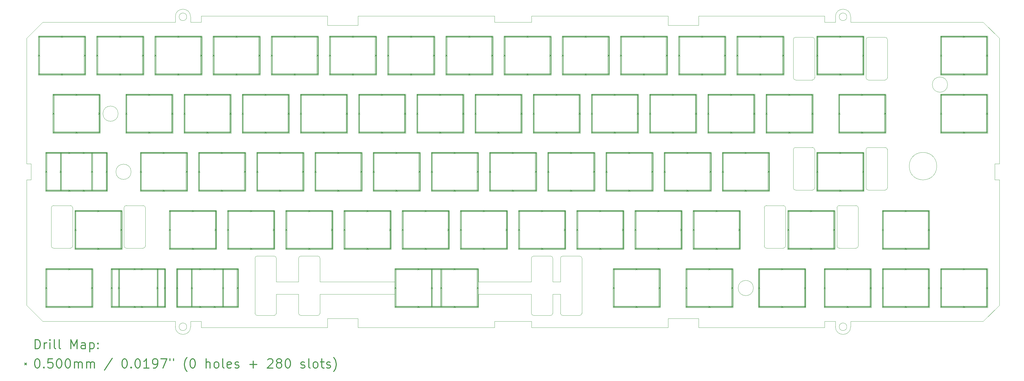
<source format=gbr>
%FSLAX45Y45*%
G04 Gerber Fmt 4.5, Leading zero omitted, Abs format (unit mm)*
G04 Created by KiCad (PCBNEW (5.1.12)-1) date 2021-12-15 02:21:57*
%MOMM*%
%LPD*%
G01*
G04 APERTURE LIST*
%TA.AperFunction,Profile*%
%ADD10C,0.010000*%
%TD*%
%TA.AperFunction,Profile*%
%ADD11C,0.100000*%
%TD*%
%ADD12C,0.200000*%
%ADD13C,0.300000*%
G04 APERTURE END LIST*
D10*
X30129375Y-3285000D02*
G75*
G02*
X30204375Y-3210000I75000J0D01*
G01*
X30204375Y-4610000D02*
G75*
G02*
X30129375Y-4535000I0J75000D01*
G01*
X27749375Y-3285000D02*
X27749375Y-4535000D01*
X27824375Y-4610000D02*
G75*
G02*
X27749375Y-4535000I0J75000D01*
G01*
X27824375Y-4610000D02*
X28374375Y-4610000D01*
X28449375Y-4535000D02*
G75*
G02*
X28374375Y-4610000I-75000J0D01*
G01*
X28449375Y-4535000D02*
X28449375Y-3285000D01*
X30129375Y-3285000D02*
X30129375Y-4535000D01*
X30204375Y-4610000D02*
X30754375Y-4610000D01*
X28374375Y-3210000D02*
X27824375Y-3210000D01*
X30754375Y-3210000D02*
G75*
G02*
X30829375Y-3285000I0J-75000D01*
G01*
X27749375Y-3285000D02*
G75*
G02*
X27824375Y-3210000I75000J0D01*
G01*
X28374375Y-3210000D02*
G75*
G02*
X28449375Y-3285000I0J-75000D01*
G01*
X30829375Y-4535000D02*
G75*
G02*
X30754375Y-4610000I-75000J0D01*
G01*
X30829375Y-4535000D02*
X30829375Y-3285000D01*
X30754375Y-3210000D02*
X30204375Y-3210000D01*
X28514375Y-4450000D02*
X30064375Y-4450000D01*
X28514375Y-3170000D02*
X28514375Y-4450000D01*
X30064375Y-4450000D02*
X30064375Y-3170000D01*
X30064375Y-3170000D02*
X28514375Y-3170000D01*
D11*
X26443750Y-11430000D02*
G75*
G03*
X26443750Y-11430000I-250000J0D01*
G01*
X5650000Y-5715000D02*
G75*
G03*
X5650000Y-5715000I-250000J0D01*
G01*
X32800000Y-4762500D02*
G75*
G03*
X32800000Y-4762500I-250000J0D01*
G01*
X2650000Y-3245000D02*
X3180000Y-2715000D01*
X2650000Y-7360000D02*
X2650000Y-3245000D01*
X2800000Y-7360000D02*
X2650000Y-7360000D01*
X2800000Y-7880000D02*
X2800000Y-7360000D01*
X2650000Y-7880000D02*
X2800000Y-7880000D01*
X2650000Y-11995000D02*
X2650000Y-7880000D01*
X3180000Y-12525000D02*
X2650000Y-11995000D01*
X7520000Y-12525000D02*
X3180000Y-12525000D01*
X7520000Y-12700000D02*
X7520000Y-12525000D01*
X8020000Y-12700000D02*
G75*
G02*
X7520000Y-12700000I-250000J0D01*
G01*
X8020000Y-12525000D02*
X8020000Y-12700000D01*
X8370000Y-12525000D02*
X8020000Y-12525000D01*
X8370000Y-12725000D02*
X8370000Y-12525000D01*
X12500000Y-12725000D02*
X8370000Y-12725000D01*
X12500000Y-12425000D02*
X12500000Y-12725000D01*
X13500000Y-12425000D02*
X12500000Y-12425000D01*
X13500000Y-12725000D02*
X13500000Y-12425000D01*
X17970000Y-12725000D02*
X13500000Y-12725000D01*
X17970000Y-12525000D02*
X17970000Y-12725000D01*
X17970000Y-2515000D02*
X17970000Y-2715000D01*
X13500000Y-2515000D02*
X17970000Y-2515000D01*
X13500000Y-2815000D02*
X13500000Y-2515000D01*
X12500000Y-2815000D02*
X13500000Y-2815000D01*
X12500000Y-2515000D02*
X12500000Y-2815000D01*
X8370000Y-2515000D02*
X12500000Y-2515000D01*
X8370000Y-2715000D02*
X8370000Y-2515000D01*
X8020000Y-2715000D02*
X8370000Y-2715000D01*
X8020000Y-2540000D02*
X8020000Y-2715000D01*
X7520000Y-2540000D02*
G75*
G02*
X8020000Y-2540000I250000J0D01*
G01*
X7520000Y-2715000D02*
X7520000Y-2540000D01*
X3180000Y-2715000D02*
X7520000Y-2715000D01*
X33967500Y-2715000D02*
X29627500Y-2715000D01*
X34497500Y-3245000D02*
X33967500Y-2715000D01*
X34497500Y-7360000D02*
X34497500Y-3245000D01*
X34347500Y-7360000D02*
X34497500Y-7360000D01*
X34347500Y-7880000D02*
X34347500Y-7360000D01*
X34497500Y-7880000D02*
X34347500Y-7880000D01*
X34497500Y-11995000D02*
X34497500Y-7880000D01*
X33967500Y-12525000D02*
X34497500Y-11995000D01*
X29627500Y-12525000D02*
X33967500Y-12525000D01*
X29627500Y-12700000D02*
X29627500Y-12525000D01*
X29627500Y-12700000D02*
G75*
G02*
X29127500Y-12700000I-250000J0D01*
G01*
X29127500Y-12525000D02*
X29127500Y-12700000D01*
X28777500Y-12525000D02*
X29127500Y-12525000D01*
X28777500Y-12725000D02*
X28777500Y-12525000D01*
X24647500Y-12725000D02*
X28777500Y-12725000D01*
X24647500Y-12425000D02*
X24647500Y-12725000D01*
X23647500Y-12425000D02*
X24647500Y-12425000D01*
X23647500Y-12725000D02*
X23647500Y-12425000D01*
X19177500Y-12725000D02*
X23647500Y-12725000D01*
X19177500Y-12525000D02*
X19177500Y-12725000D01*
X17970000Y-12525000D02*
X19177500Y-12525000D01*
X19177500Y-2715000D02*
X17970000Y-2715000D01*
X19177500Y-2515000D02*
X19177500Y-2715000D01*
X23647500Y-2515000D02*
X19177500Y-2515000D01*
X23647500Y-2815000D02*
X23647500Y-2515000D01*
X24647500Y-2815000D02*
X23647500Y-2815000D01*
X24647500Y-2515000D02*
X24647500Y-2815000D01*
X28777500Y-2515000D02*
X24647500Y-2515000D01*
X28777500Y-2715000D02*
X28777500Y-2515000D01*
X29127500Y-2715000D02*
X28777500Y-2715000D01*
X29127500Y-2540000D02*
X29127500Y-2715000D01*
X29127500Y-2540000D02*
G75*
G02*
X29627500Y-2540000I250000J0D01*
G01*
X29627500Y-2715000D02*
X29627500Y-2540000D01*
X7895000Y-12700000D02*
G75*
G03*
X7895000Y-12700000I-125000J0D01*
G01*
X29502500Y-12700000D02*
G75*
G03*
X29502500Y-12700000I-125000J0D01*
G01*
X7895000Y-2540000D02*
G75*
G03*
X7895000Y-2540000I-125000J0D01*
G01*
X29502500Y-2540000D02*
G75*
G03*
X29502500Y-2540000I-125000J0D01*
G01*
D10*
X32562500Y-4450000D02*
X34112500Y-4450000D01*
X34112500Y-5075000D02*
X32562500Y-5075000D01*
X32562500Y-5075000D02*
X32562500Y-6355000D01*
X32562500Y-6355000D02*
X34112500Y-6355000D01*
X34112500Y-6355000D02*
X34112500Y-5075000D01*
X34112500Y-4450000D02*
X34112500Y-3170000D01*
X34112500Y-3170000D02*
X32562500Y-3170000D01*
X32562500Y-3170000D02*
X32562500Y-4450000D01*
D11*
X6075000Y-7620000D02*
G75*
G03*
X6075000Y-7620000I-250000J0D01*
G01*
D10*
X10752500Y-10380000D02*
G75*
G02*
X10827500Y-10455000I0J-75000D01*
G01*
X10827500Y-10455000D02*
X10827500Y-11230000D01*
X10202500Y-10380000D02*
X10752500Y-10380000D01*
X10752500Y-12330000D02*
X10202500Y-12330000D01*
X10827500Y-11630000D02*
X10827500Y-12255000D01*
X10827500Y-12255000D02*
G75*
G02*
X10752500Y-12330000I-75000J0D01*
G01*
X12181250Y-10380000D02*
G75*
G02*
X12256250Y-10455000I0J-75000D01*
G01*
X12256250Y-10455000D02*
X12256250Y-11230000D01*
X11631250Y-10380000D02*
X12181250Y-10380000D01*
X12181250Y-12330000D02*
X11631250Y-12330000D01*
X12256250Y-11630000D02*
X12256250Y-12255000D01*
X12256250Y-12255000D02*
G75*
G02*
X12181250Y-12330000I-75000J0D01*
G01*
X4585000Y-4450000D02*
X4585000Y-3170000D01*
X3035000Y-4450000D02*
X4585000Y-4450000D01*
X3035000Y-3170000D02*
X3035000Y-4450000D01*
X4585000Y-3170000D02*
X3035000Y-3170000D01*
X34112500Y-12070000D02*
X34112500Y-10790000D01*
X32562500Y-12070000D02*
X34112500Y-12070000D01*
X32562500Y-10790000D02*
X32562500Y-12070000D01*
X34112500Y-10790000D02*
X32562500Y-10790000D01*
X32207500Y-12070000D02*
X32207500Y-10790000D01*
X30657500Y-12070000D02*
X32207500Y-12070000D01*
X30657500Y-10790000D02*
X30657500Y-12070000D01*
X32207500Y-10790000D02*
X30657500Y-10790000D01*
X30302500Y-12070000D02*
X30302500Y-10790000D01*
X28752500Y-12070000D02*
X30302500Y-12070000D01*
X28752500Y-10790000D02*
X28752500Y-12070000D01*
X30302500Y-10790000D02*
X28752500Y-10790000D01*
X32207500Y-10165000D02*
X32207500Y-8885000D01*
X30657500Y-10165000D02*
X32207500Y-10165000D01*
X30657500Y-8885000D02*
X30657500Y-10165000D01*
X32207500Y-8885000D02*
X30657500Y-8885000D01*
X5061250Y-6355000D02*
X5061250Y-5075000D01*
X3511250Y-6355000D02*
X5061250Y-6355000D01*
X3511250Y-5075000D02*
X3511250Y-6355000D01*
X5061250Y-5075000D02*
X3511250Y-5075000D01*
X5299375Y-8260000D02*
X5299375Y-6980000D01*
X5775625Y-10165000D02*
X5775625Y-8885000D01*
X4225625Y-10165000D02*
X5775625Y-10165000D01*
X4225625Y-8885000D02*
X4225625Y-10165000D01*
X5775625Y-8885000D02*
X4225625Y-8885000D01*
X3535625Y-10125000D02*
G75*
G02*
X3460625Y-10050000I0J75000D01*
G01*
X3460625Y-8800000D02*
X3460625Y-10050000D01*
X3460625Y-8800000D02*
G75*
G02*
X3535625Y-8725000I75000J0D01*
G01*
X4085625Y-8725000D02*
X3535625Y-8725000D01*
X4085625Y-8725000D02*
G75*
G02*
X4160625Y-8800000I0J-75000D01*
G01*
X4160625Y-10050000D02*
X4160625Y-8800000D01*
X4160625Y-10050000D02*
G75*
G02*
X4085625Y-10125000I-75000J0D01*
G01*
X3535625Y-10125000D02*
X4085625Y-10125000D01*
X5840625Y-8800000D02*
X5840625Y-10050000D01*
X5840625Y-8800000D02*
G75*
G02*
X5915625Y-8725000I75000J0D01*
G01*
X6465625Y-8725000D02*
X5915625Y-8725000D01*
X6465625Y-8725000D02*
G75*
G02*
X6540625Y-8800000I0J-75000D01*
G01*
X6540625Y-10050000D02*
X6540625Y-8800000D01*
X6540625Y-10050000D02*
G75*
G02*
X6465625Y-10125000I-75000J0D01*
G01*
X5915625Y-10125000D02*
X6465625Y-10125000D01*
X5915625Y-10125000D02*
G75*
G02*
X5840625Y-10050000I0J75000D01*
G01*
X29111875Y-10165000D02*
X29111875Y-8885000D01*
X27561875Y-10165000D02*
X29111875Y-10165000D01*
X27561875Y-8885000D02*
X27561875Y-10165000D01*
X29111875Y-8885000D02*
X27561875Y-8885000D01*
X30778750Y-6355000D02*
X30778750Y-5075000D01*
X29228750Y-6355000D02*
X30778750Y-6355000D01*
X29228750Y-5075000D02*
X29228750Y-6355000D01*
X30778750Y-5075000D02*
X29228750Y-5075000D01*
X30064375Y-8260000D02*
X30064375Y-6980000D01*
X28514375Y-8260000D02*
X30064375Y-8260000D01*
X28514375Y-6980000D02*
X28514375Y-8260000D01*
X30064375Y-6980000D02*
X28514375Y-6980000D01*
X6490000Y-4450000D02*
X6490000Y-3170000D01*
X4940000Y-4450000D02*
X6490000Y-4450000D01*
X4940000Y-3170000D02*
X4940000Y-4450000D01*
X6490000Y-3170000D02*
X4940000Y-3170000D01*
X28397500Y-6355000D02*
X28397500Y-5075000D01*
X26847500Y-6355000D02*
X28397500Y-6355000D01*
X26847500Y-5075000D02*
X26847500Y-6355000D01*
X28397500Y-5075000D02*
X26847500Y-5075000D01*
X26968750Y-8260000D02*
X26968750Y-6980000D01*
X25418750Y-8260000D02*
X26968750Y-8260000D01*
X25418750Y-6980000D02*
X25418750Y-8260000D01*
X26968750Y-6980000D02*
X25418750Y-6980000D01*
X26016250Y-10165000D02*
X26016250Y-8885000D01*
X24466250Y-10165000D02*
X26016250Y-10165000D01*
X24466250Y-8885000D02*
X24466250Y-10165000D01*
X26016250Y-8885000D02*
X24466250Y-8885000D01*
X7442500Y-6355000D02*
X7442500Y-5075000D01*
X5892500Y-6355000D02*
X7442500Y-6355000D01*
X5892500Y-5075000D02*
X5892500Y-6355000D01*
X7442500Y-5075000D02*
X5892500Y-5075000D01*
X7918750Y-8260000D02*
X7918750Y-6980000D01*
X6368750Y-8260000D02*
X7918750Y-8260000D01*
X6368750Y-6980000D02*
X6368750Y-8260000D01*
X7918750Y-6980000D02*
X6368750Y-6980000D01*
X8871250Y-10165000D02*
X8871250Y-8885000D01*
X7321250Y-10165000D02*
X8871250Y-10165000D01*
X7321250Y-8885000D02*
X7321250Y-10165000D01*
X8871250Y-8885000D02*
X7321250Y-8885000D01*
X4823125Y-12070000D02*
X4823125Y-10790000D01*
X3273125Y-12070000D02*
X4823125Y-12070000D01*
X3273125Y-10790000D02*
X3273125Y-12070000D01*
X4823125Y-10790000D02*
X3273125Y-10790000D01*
X25778125Y-12070000D02*
X25778125Y-10790000D01*
X24228125Y-12070000D02*
X25778125Y-12070000D01*
X24228125Y-10790000D02*
X24228125Y-12070000D01*
X25778125Y-10790000D02*
X24228125Y-10790000D01*
X28159375Y-12070000D02*
X28159375Y-10790000D01*
X26609375Y-12070000D02*
X28159375Y-12070000D01*
X26609375Y-10790000D02*
X26609375Y-12070000D01*
X28159375Y-10790000D02*
X26609375Y-10790000D01*
X21846875Y-12070000D02*
X21846875Y-10790000D01*
X23396875Y-12070000D02*
X21846875Y-12070000D01*
X23396875Y-10790000D02*
X23396875Y-12070000D01*
X21846875Y-10790000D02*
X23396875Y-10790000D01*
X7204375Y-12070000D02*
X7204375Y-10790000D01*
X9585625Y-12070000D02*
X9585625Y-10790000D01*
X27421875Y-8725000D02*
G75*
G02*
X27496875Y-8800000I0J-75000D01*
G01*
X27496875Y-10050000D02*
X27496875Y-8800000D01*
X27496875Y-10050000D02*
G75*
G02*
X27421875Y-10125000I-75000J0D01*
G01*
X26871875Y-10125000D02*
X27421875Y-10125000D01*
X26871875Y-10125000D02*
G75*
G02*
X26796875Y-10050000I0J75000D01*
G01*
X26796875Y-8800000D02*
X26796875Y-10050000D01*
X26796875Y-8800000D02*
G75*
G02*
X26871875Y-8725000I75000J0D01*
G01*
X27421875Y-8725000D02*
X26871875Y-8725000D01*
X29876875Y-10050000D02*
G75*
G02*
X29801875Y-10125000I-75000J0D01*
G01*
X29251875Y-10125000D02*
X29801875Y-10125000D01*
X29251875Y-10125000D02*
G75*
G02*
X29176875Y-10050000I0J75000D01*
G01*
X29176875Y-8800000D02*
X29176875Y-10050000D01*
X29176875Y-8800000D02*
G75*
G02*
X29251875Y-8725000I75000J0D01*
G01*
X29801875Y-8725000D02*
X29251875Y-8725000D01*
X29801875Y-8725000D02*
G75*
G02*
X29876875Y-8800000I0J-75000D01*
G01*
X29876875Y-10050000D02*
X29876875Y-8800000D01*
X28449375Y-8145000D02*
G75*
G02*
X28374375Y-8220000I-75000J0D01*
G01*
X27824375Y-8220000D02*
X28374375Y-8220000D01*
X27824375Y-8220000D02*
G75*
G02*
X27749375Y-8145000I0J75000D01*
G01*
X27749375Y-6895000D02*
X27749375Y-8145000D01*
X27749375Y-6895000D02*
G75*
G02*
X27824375Y-6820000I75000J0D01*
G01*
X28374375Y-6820000D02*
X27824375Y-6820000D01*
X28374375Y-6820000D02*
G75*
G02*
X28449375Y-6895000I0J-75000D01*
G01*
X28449375Y-8145000D02*
X28449375Y-6895000D01*
X30204375Y-8220000D02*
G75*
G02*
X30129375Y-8145000I0J75000D01*
G01*
X30129375Y-6895000D02*
X30129375Y-8145000D01*
X30129375Y-6895000D02*
G75*
G02*
X30204375Y-6820000I75000J0D01*
G01*
X30754375Y-6820000D02*
X30204375Y-6820000D01*
X30754375Y-6820000D02*
G75*
G02*
X30829375Y-6895000I0J-75000D01*
G01*
X30829375Y-8145000D02*
X30829375Y-6895000D01*
X30829375Y-8145000D02*
G75*
G02*
X30754375Y-8220000I-75000J0D01*
G01*
X30204375Y-8220000D02*
X30754375Y-8220000D01*
X6845000Y-4450000D02*
X8395000Y-4450000D01*
X6845000Y-3170000D02*
X6845000Y-4450000D01*
X8395000Y-3170000D02*
X6845000Y-3170000D01*
X8395000Y-4450000D02*
X8395000Y-3170000D01*
X8750000Y-4450000D02*
X10300000Y-4450000D01*
X8750000Y-3170000D02*
X8750000Y-4450000D01*
X10300000Y-3170000D02*
X8750000Y-3170000D01*
X10300000Y-4450000D02*
X10300000Y-3170000D01*
X10655000Y-4450000D02*
X12205000Y-4450000D01*
X10655000Y-3170000D02*
X10655000Y-4450000D01*
X12205000Y-3170000D02*
X10655000Y-3170000D01*
X12205000Y-4450000D02*
X12205000Y-3170000D01*
X12560000Y-4450000D02*
X14110000Y-4450000D01*
X12560000Y-3170000D02*
X12560000Y-4450000D01*
X14110000Y-3170000D02*
X12560000Y-3170000D01*
X14110000Y-4450000D02*
X14110000Y-3170000D01*
X14465000Y-4450000D02*
X16015000Y-4450000D01*
X14465000Y-3170000D02*
X14465000Y-4450000D01*
X16015000Y-3170000D02*
X14465000Y-3170000D01*
X16015000Y-4450000D02*
X16015000Y-3170000D01*
X16370000Y-4450000D02*
X17920000Y-4450000D01*
X16370000Y-3170000D02*
X16370000Y-4450000D01*
X17920000Y-3170000D02*
X16370000Y-3170000D01*
X17920000Y-4450000D02*
X17920000Y-3170000D01*
X25895000Y-4450000D02*
X27445000Y-4450000D01*
X25895000Y-3170000D02*
X25895000Y-4450000D01*
X27445000Y-3170000D02*
X25895000Y-3170000D01*
X27445000Y-4450000D02*
X27445000Y-3170000D01*
X23990000Y-4450000D02*
X25540000Y-4450000D01*
X23990000Y-3170000D02*
X23990000Y-4450000D01*
X25540000Y-3170000D02*
X23990000Y-3170000D01*
X25540000Y-4450000D02*
X25540000Y-3170000D01*
X22085000Y-4450000D02*
X23635000Y-4450000D01*
X22085000Y-3170000D02*
X22085000Y-4450000D01*
X23635000Y-3170000D02*
X22085000Y-3170000D01*
X23635000Y-4450000D02*
X23635000Y-3170000D01*
X20180000Y-4450000D02*
X21730000Y-4450000D01*
X20180000Y-3170000D02*
X20180000Y-4450000D01*
X21730000Y-3170000D02*
X20180000Y-3170000D01*
X21730000Y-4450000D02*
X21730000Y-3170000D01*
X18275000Y-4450000D02*
X19825000Y-4450000D01*
X18275000Y-3170000D02*
X18275000Y-4450000D01*
X19825000Y-3170000D02*
X18275000Y-3170000D01*
X19825000Y-4450000D02*
X19825000Y-3170000D01*
X7797500Y-6355000D02*
X9347500Y-6355000D01*
X7797500Y-5075000D02*
X7797500Y-6355000D01*
X9347500Y-5075000D02*
X7797500Y-5075000D01*
X9347500Y-6355000D02*
X9347500Y-5075000D01*
X9702500Y-6355000D02*
X11252500Y-6355000D01*
X9702500Y-5075000D02*
X9702500Y-6355000D01*
X11252500Y-5075000D02*
X9702500Y-5075000D01*
X11252500Y-6355000D02*
X11252500Y-5075000D01*
X11607500Y-6355000D02*
X13157500Y-6355000D01*
X11607500Y-5075000D02*
X11607500Y-6355000D01*
X13157500Y-5075000D02*
X11607500Y-5075000D01*
X13157500Y-6355000D02*
X13157500Y-5075000D01*
X13512500Y-6355000D02*
X15062500Y-6355000D01*
X13512500Y-5075000D02*
X13512500Y-6355000D01*
X15062500Y-5075000D02*
X13512500Y-5075000D01*
X15062500Y-6355000D02*
X15062500Y-5075000D01*
X15417500Y-6355000D02*
X16967500Y-6355000D01*
X15417500Y-5075000D02*
X15417500Y-6355000D01*
X16967500Y-5075000D02*
X15417500Y-5075000D01*
X16967500Y-6355000D02*
X16967500Y-5075000D01*
X17322500Y-6355000D02*
X18872500Y-6355000D01*
X17322500Y-5075000D02*
X17322500Y-6355000D01*
X18872500Y-5075000D02*
X17322500Y-5075000D01*
X18872500Y-6355000D02*
X18872500Y-5075000D01*
X19227500Y-6355000D02*
X20777500Y-6355000D01*
X19227500Y-5075000D02*
X19227500Y-6355000D01*
X20777500Y-5075000D02*
X19227500Y-5075000D01*
X20777500Y-6355000D02*
X20777500Y-5075000D01*
X24942500Y-6355000D02*
X26492500Y-6355000D01*
X24942500Y-5075000D02*
X24942500Y-6355000D01*
X26492500Y-5075000D02*
X24942500Y-5075000D01*
X26492500Y-6355000D02*
X26492500Y-5075000D01*
X23037500Y-6355000D02*
X24587500Y-6355000D01*
X23037500Y-5075000D02*
X23037500Y-6355000D01*
X24587500Y-5075000D02*
X23037500Y-5075000D01*
X24587500Y-6355000D02*
X24587500Y-5075000D01*
X21132500Y-6355000D02*
X22682500Y-6355000D01*
X21132500Y-5075000D02*
X21132500Y-6355000D01*
X22682500Y-5075000D02*
X21132500Y-5075000D01*
X22682500Y-6355000D02*
X22682500Y-5075000D01*
X8273750Y-8260000D02*
X9823750Y-8260000D01*
X8273750Y-6980000D02*
X8273750Y-8260000D01*
X9823750Y-6980000D02*
X8273750Y-6980000D01*
X9823750Y-8260000D02*
X9823750Y-6980000D01*
X10178750Y-8260000D02*
X11728750Y-8260000D01*
X10178750Y-6980000D02*
X10178750Y-8260000D01*
X11728750Y-6980000D02*
X10178750Y-6980000D01*
X11728750Y-8260000D02*
X11728750Y-6980000D01*
X12083750Y-8260000D02*
X13633750Y-8260000D01*
X12083750Y-6980000D02*
X12083750Y-8260000D01*
X13633750Y-6980000D02*
X12083750Y-6980000D01*
X13633750Y-8260000D02*
X13633750Y-6980000D01*
X13988750Y-8260000D02*
X15538750Y-8260000D01*
X13988750Y-6980000D02*
X13988750Y-8260000D01*
X15538750Y-6980000D02*
X13988750Y-6980000D01*
X15538750Y-8260000D02*
X15538750Y-6980000D01*
X15893750Y-8260000D02*
X17443750Y-8260000D01*
X15893750Y-6980000D02*
X15893750Y-8260000D01*
X17443750Y-6980000D02*
X15893750Y-6980000D01*
X17443750Y-8260000D02*
X17443750Y-6980000D01*
X17798750Y-8260000D02*
X19348750Y-8260000D01*
X17798750Y-6980000D02*
X17798750Y-8260000D01*
X19348750Y-6980000D02*
X17798750Y-6980000D01*
X19348750Y-8260000D02*
X19348750Y-6980000D01*
X19703750Y-8260000D02*
X21253750Y-8260000D01*
X19703750Y-6980000D02*
X19703750Y-8260000D01*
X21253750Y-6980000D02*
X19703750Y-6980000D01*
X21253750Y-8260000D02*
X21253750Y-6980000D01*
X23513750Y-8260000D02*
X25063750Y-8260000D01*
X23513750Y-6980000D02*
X23513750Y-8260000D01*
X25063750Y-6980000D02*
X23513750Y-6980000D01*
X25063750Y-8260000D02*
X25063750Y-6980000D01*
X21608750Y-8260000D02*
X23158750Y-8260000D01*
X21608750Y-6980000D02*
X21608750Y-8260000D01*
X23158750Y-6980000D02*
X21608750Y-6980000D01*
X23158750Y-8260000D02*
X23158750Y-6980000D01*
X9226250Y-10165000D02*
X10776250Y-10165000D01*
X9226250Y-8885000D02*
X9226250Y-10165000D01*
X10776250Y-8885000D02*
X9226250Y-8885000D01*
X10776250Y-10165000D02*
X10776250Y-8885000D01*
X11131250Y-10165000D02*
X12681250Y-10165000D01*
X11131250Y-8885000D02*
X11131250Y-10165000D01*
X12681250Y-8885000D02*
X11131250Y-8885000D01*
X12681250Y-10165000D02*
X12681250Y-8885000D01*
X13036250Y-10165000D02*
X14586250Y-10165000D01*
X13036250Y-8885000D02*
X13036250Y-10165000D01*
X14586250Y-8885000D02*
X13036250Y-8885000D01*
X14586250Y-10165000D02*
X14586250Y-8885000D01*
X14941250Y-10165000D02*
X16491250Y-10165000D01*
X14941250Y-8885000D02*
X14941250Y-10165000D01*
X16491250Y-8885000D02*
X14941250Y-8885000D01*
X16491250Y-10165000D02*
X16491250Y-8885000D01*
X16846250Y-10165000D02*
X18396250Y-10165000D01*
X16846250Y-8885000D02*
X16846250Y-10165000D01*
X18396250Y-8885000D02*
X16846250Y-8885000D01*
X18396250Y-10165000D02*
X18396250Y-8885000D01*
X18751250Y-10165000D02*
X20301250Y-10165000D01*
X18751250Y-8885000D02*
X18751250Y-10165000D01*
X20301250Y-8885000D02*
X18751250Y-8885000D01*
X20301250Y-10165000D02*
X20301250Y-8885000D01*
X20656250Y-10165000D02*
X22206250Y-10165000D01*
X20656250Y-8885000D02*
X20656250Y-10165000D01*
X22206250Y-8885000D02*
X20656250Y-8885000D01*
X22206250Y-10165000D02*
X22206250Y-8885000D01*
X22561250Y-10165000D02*
X24111250Y-10165000D01*
X22561250Y-8885000D02*
X22561250Y-10165000D01*
X24111250Y-8885000D02*
X22561250Y-8885000D01*
X24111250Y-10165000D02*
X24111250Y-8885000D01*
X7559375Y-12070000D02*
X9585625Y-12070000D01*
X7559375Y-10790000D02*
X7559375Y-12070000D01*
X9585625Y-10790000D02*
X7559375Y-10790000D01*
X5416250Y-12070000D02*
X7204375Y-12070000D01*
X5416250Y-10790000D02*
X5416250Y-12070000D01*
X7204375Y-10790000D02*
X5416250Y-10790000D01*
X3273125Y-8260000D02*
X5299375Y-8260000D01*
X3273125Y-6980000D02*
X3273125Y-8260000D01*
X5299375Y-6980000D02*
X3273125Y-6980000D01*
X14703125Y-11630000D02*
X12256250Y-11630000D01*
X14703125Y-12070000D02*
X14703125Y-11630000D01*
X17443750Y-12070000D02*
X14703125Y-12070000D01*
X17443750Y-11630000D02*
X17443750Y-12070000D01*
X19176250Y-11630000D02*
X17443750Y-11630000D01*
X19176250Y-12255000D02*
X19176250Y-11630000D01*
X19251250Y-12330000D02*
G75*
G02*
X19176250Y-12255000I0J75000D01*
G01*
X19801250Y-12330000D02*
X19251250Y-12330000D01*
X19876250Y-12255000D02*
G75*
G02*
X19801250Y-12330000I-75000J0D01*
G01*
X19876250Y-11630000D02*
X19876250Y-12255000D01*
X20128750Y-11630000D02*
X19876250Y-11630000D01*
X20128750Y-12255000D02*
X20128750Y-11630000D01*
X20203750Y-12330000D02*
G75*
G02*
X20128750Y-12255000I0J75000D01*
G01*
X20753750Y-12330000D02*
X20203750Y-12330000D01*
X20828750Y-12255000D02*
G75*
G02*
X20753750Y-12330000I-75000J0D01*
G01*
X20828750Y-10455000D02*
X20828750Y-12255000D01*
X20753750Y-10380000D02*
G75*
G02*
X20828750Y-10455000I0J-75000D01*
G01*
X20203750Y-10380000D02*
X20753750Y-10380000D01*
X20128750Y-10455000D02*
G75*
G02*
X20203750Y-10380000I75000J0D01*
G01*
X20128750Y-11230000D02*
X20128750Y-10455000D01*
X19876250Y-11230000D02*
X20128750Y-11230000D01*
X19876250Y-10455000D02*
X19876250Y-11230000D01*
X19801250Y-10380000D02*
G75*
G02*
X19876250Y-10455000I0J-75000D01*
G01*
X19251250Y-10380000D02*
X19801250Y-10380000D01*
X19176250Y-10455000D02*
G75*
G02*
X19251250Y-10380000I75000J0D01*
G01*
X19176250Y-11230000D02*
X19176250Y-10455000D01*
X17443750Y-11230000D02*
X19176250Y-11230000D01*
X17443750Y-10790000D02*
X17443750Y-11230000D01*
X14703125Y-10790000D02*
X17443750Y-10790000D01*
X14703125Y-11230000D02*
X14703125Y-10790000D01*
X12256250Y-11230000D02*
X14703125Y-11230000D01*
X11556250Y-10455000D02*
G75*
G02*
X11631250Y-10380000I75000J0D01*
G01*
X11556250Y-11230000D02*
X11556250Y-10455000D01*
X10827500Y-11230000D02*
X11556250Y-11230000D01*
X10127500Y-10455000D02*
G75*
G02*
X10202500Y-10380000I75000J0D01*
G01*
X10127500Y-12255000D02*
X10127500Y-10455000D01*
X10202500Y-12330000D02*
G75*
G02*
X10127500Y-12255000I0J75000D01*
G01*
X11556250Y-11630000D02*
X10827500Y-11630000D01*
X11556250Y-12255000D02*
X11556250Y-11630000D01*
X11631250Y-12330000D02*
G75*
G02*
X11556250Y-12255000I0J75000D01*
G01*
X32445000Y-7435000D02*
G75*
G03*
X32445000Y-7435000I-450000J0D01*
G01*
D12*
X3035000Y-3785000D02*
X3085000Y-3835000D01*
X3085000Y-3785000D02*
X3035000Y-3835000D01*
X3045000Y-3195000D02*
X3045000Y-4425000D01*
X3075000Y-3195000D02*
X3075000Y-4425000D01*
X3045000Y-4425000D02*
G75*
G03*
X3075000Y-4425000I15000J0D01*
G01*
X3075000Y-3195000D02*
G75*
G03*
X3045000Y-3195000I-15000J0D01*
G01*
X3273125Y-7595000D02*
X3323125Y-7645000D01*
X3323125Y-7595000D02*
X3273125Y-7645000D01*
X3283125Y-7005000D02*
X3283125Y-8235000D01*
X3313125Y-7005000D02*
X3313125Y-8235000D01*
X3283125Y-8235000D02*
G75*
G03*
X3313125Y-8235000I15000J0D01*
G01*
X3313125Y-7005000D02*
G75*
G03*
X3283125Y-7005000I-15000J0D01*
G01*
X3273125Y-11405000D02*
X3323125Y-11455000D01*
X3323125Y-11405000D02*
X3273125Y-11455000D01*
X3283125Y-10815000D02*
X3283125Y-12045000D01*
X3313125Y-10815000D02*
X3313125Y-12045000D01*
X3283125Y-12045000D02*
G75*
G03*
X3313125Y-12045000I15000J0D01*
G01*
X3313125Y-10815000D02*
G75*
G03*
X3283125Y-10815000I-15000J0D01*
G01*
X3511250Y-5690000D02*
X3561250Y-5740000D01*
X3561250Y-5690000D02*
X3511250Y-5740000D01*
X3521250Y-5100000D02*
X3521250Y-6330000D01*
X3551250Y-5100000D02*
X3551250Y-6330000D01*
X3521250Y-6330000D02*
G75*
G03*
X3551250Y-6330000I15000J0D01*
G01*
X3551250Y-5100000D02*
G75*
G03*
X3521250Y-5100000I-15000J0D01*
G01*
X3749375Y-7595000D02*
X3799375Y-7645000D01*
X3799375Y-7595000D02*
X3749375Y-7645000D01*
X3759375Y-7005000D02*
X3759375Y-8235000D01*
X3789375Y-7005000D02*
X3789375Y-8235000D01*
X3759375Y-8235000D02*
G75*
G03*
X3789375Y-8235000I15000J0D01*
G01*
X3789375Y-7005000D02*
G75*
G03*
X3759375Y-7005000I-15000J0D01*
G01*
X3785000Y-3170000D02*
X3835000Y-3220000D01*
X3835000Y-3170000D02*
X3785000Y-3220000D01*
X3060000Y-3210000D02*
X4560000Y-3210000D01*
X3060000Y-3180000D02*
X4560000Y-3180000D01*
X4560000Y-3210000D02*
G75*
G03*
X4560000Y-3180000I0J15000D01*
G01*
X3060000Y-3180000D02*
G75*
G03*
X3060000Y-3210000I0J-15000D01*
G01*
X3785000Y-4400000D02*
X3835000Y-4450000D01*
X3835000Y-4400000D02*
X3785000Y-4450000D01*
X3060000Y-4440000D02*
X4560000Y-4440000D01*
X3060000Y-4410000D02*
X4560000Y-4410000D01*
X4560000Y-4440000D02*
G75*
G03*
X4560000Y-4410000I0J15000D01*
G01*
X3060000Y-4410000D02*
G75*
G03*
X3060000Y-4440000I0J-15000D01*
G01*
X4023125Y-6980000D02*
X4073125Y-7030000D01*
X4073125Y-6980000D02*
X4023125Y-7030000D01*
X3298125Y-7020000D02*
X4798125Y-7020000D01*
X3298125Y-6990000D02*
X4798125Y-6990000D01*
X4798125Y-7020000D02*
G75*
G03*
X4798125Y-6990000I0J15000D01*
G01*
X3298125Y-6990000D02*
G75*
G03*
X3298125Y-7020000I0J-15000D01*
G01*
X4023125Y-8210000D02*
X4073125Y-8260000D01*
X4073125Y-8210000D02*
X4023125Y-8260000D01*
X3298125Y-8250000D02*
X4798125Y-8250000D01*
X3298125Y-8220000D02*
X4798125Y-8220000D01*
X4798125Y-8250000D02*
G75*
G03*
X4798125Y-8220000I0J15000D01*
G01*
X3298125Y-8220000D02*
G75*
G03*
X3298125Y-8250000I0J-15000D01*
G01*
X4023125Y-10790000D02*
X4073125Y-10840000D01*
X4073125Y-10790000D02*
X4023125Y-10840000D01*
X3298125Y-10830000D02*
X4798125Y-10830000D01*
X3298125Y-10800000D02*
X4798125Y-10800000D01*
X4798125Y-10830000D02*
G75*
G03*
X4798125Y-10800000I0J15000D01*
G01*
X3298125Y-10800000D02*
G75*
G03*
X3298125Y-10830000I0J-15000D01*
G01*
X4023125Y-12020000D02*
X4073125Y-12070000D01*
X4073125Y-12020000D02*
X4023125Y-12070000D01*
X3298125Y-12060000D02*
X4798125Y-12060000D01*
X3298125Y-12030000D02*
X4798125Y-12030000D01*
X4798125Y-12060000D02*
G75*
G03*
X4798125Y-12030000I0J15000D01*
G01*
X3298125Y-12030000D02*
G75*
G03*
X3298125Y-12060000I0J-15000D01*
G01*
X4225625Y-9500000D02*
X4275625Y-9550000D01*
X4275625Y-9500000D02*
X4225625Y-9550000D01*
X4235625Y-8910000D02*
X4235625Y-10140000D01*
X4265625Y-8910000D02*
X4265625Y-10140000D01*
X4235625Y-10140000D02*
G75*
G03*
X4265625Y-10140000I15000J0D01*
G01*
X4265625Y-8910000D02*
G75*
G03*
X4235625Y-8910000I-15000J0D01*
G01*
X4261250Y-5075000D02*
X4311250Y-5125000D01*
X4311250Y-5075000D02*
X4261250Y-5125000D01*
X3536250Y-5115000D02*
X5036250Y-5115000D01*
X3536250Y-5085000D02*
X5036250Y-5085000D01*
X5036250Y-5115000D02*
G75*
G03*
X5036250Y-5085000I0J15000D01*
G01*
X3536250Y-5085000D02*
G75*
G03*
X3536250Y-5115000I0J-15000D01*
G01*
X4261250Y-6305000D02*
X4311250Y-6355000D01*
X4311250Y-6305000D02*
X4261250Y-6355000D01*
X3536250Y-6345000D02*
X5036250Y-6345000D01*
X3536250Y-6315000D02*
X5036250Y-6315000D01*
X5036250Y-6345000D02*
G75*
G03*
X5036250Y-6315000I0J15000D01*
G01*
X3536250Y-6315000D02*
G75*
G03*
X3536250Y-6345000I0J-15000D01*
G01*
X4499375Y-6980000D02*
X4549375Y-7030000D01*
X4549375Y-6980000D02*
X4499375Y-7030000D01*
X3774375Y-7020000D02*
X5274375Y-7020000D01*
X3774375Y-6990000D02*
X5274375Y-6990000D01*
X5274375Y-7020000D02*
G75*
G03*
X5274375Y-6990000I0J15000D01*
G01*
X3774375Y-6990000D02*
G75*
G03*
X3774375Y-7020000I0J-15000D01*
G01*
X4499375Y-8210000D02*
X4549375Y-8260000D01*
X4549375Y-8210000D02*
X4499375Y-8260000D01*
X3774375Y-8250000D02*
X5274375Y-8250000D01*
X3774375Y-8220000D02*
X5274375Y-8220000D01*
X5274375Y-8250000D02*
G75*
G03*
X5274375Y-8220000I0J15000D01*
G01*
X3774375Y-8220000D02*
G75*
G03*
X3774375Y-8250000I0J-15000D01*
G01*
X4535000Y-3785000D02*
X4585000Y-3835000D01*
X4585000Y-3785000D02*
X4535000Y-3835000D01*
X4545000Y-3195000D02*
X4545000Y-4425000D01*
X4575000Y-3195000D02*
X4575000Y-4425000D01*
X4545000Y-4425000D02*
G75*
G03*
X4575000Y-4425000I15000J0D01*
G01*
X4575000Y-3195000D02*
G75*
G03*
X4545000Y-3195000I-15000J0D01*
G01*
X4773125Y-7595000D02*
X4823125Y-7645000D01*
X4823125Y-7595000D02*
X4773125Y-7645000D01*
X4783125Y-7005000D02*
X4783125Y-8235000D01*
X4813125Y-7005000D02*
X4813125Y-8235000D01*
X4783125Y-8235000D02*
G75*
G03*
X4813125Y-8235000I15000J0D01*
G01*
X4813125Y-7005000D02*
G75*
G03*
X4783125Y-7005000I-15000J0D01*
G01*
X4773125Y-11405000D02*
X4823125Y-11455000D01*
X4823125Y-11405000D02*
X4773125Y-11455000D01*
X4783125Y-10815000D02*
X4783125Y-12045000D01*
X4813125Y-10815000D02*
X4813125Y-12045000D01*
X4783125Y-12045000D02*
G75*
G03*
X4813125Y-12045000I15000J0D01*
G01*
X4813125Y-10815000D02*
G75*
G03*
X4783125Y-10815000I-15000J0D01*
G01*
X4940000Y-3785000D02*
X4990000Y-3835000D01*
X4990000Y-3785000D02*
X4940000Y-3835000D01*
X4950000Y-3195000D02*
X4950000Y-4425000D01*
X4980000Y-3195000D02*
X4980000Y-4425000D01*
X4950000Y-4425000D02*
G75*
G03*
X4980000Y-4425000I15000J0D01*
G01*
X4980000Y-3195000D02*
G75*
G03*
X4950000Y-3195000I-15000J0D01*
G01*
X4975625Y-8885000D02*
X5025625Y-8935000D01*
X5025625Y-8885000D02*
X4975625Y-8935000D01*
X4250625Y-8925000D02*
X5750625Y-8925000D01*
X4250625Y-8895000D02*
X5750625Y-8895000D01*
X5750625Y-8925000D02*
G75*
G03*
X5750625Y-8895000I0J15000D01*
G01*
X4250625Y-8895000D02*
G75*
G03*
X4250625Y-8925000I0J-15000D01*
G01*
X4975625Y-10115000D02*
X5025625Y-10165000D01*
X5025625Y-10115000D02*
X4975625Y-10165000D01*
X4250625Y-10155000D02*
X5750625Y-10155000D01*
X4250625Y-10125000D02*
X5750625Y-10125000D01*
X5750625Y-10155000D02*
G75*
G03*
X5750625Y-10125000I0J15000D01*
G01*
X4250625Y-10125000D02*
G75*
G03*
X4250625Y-10155000I0J-15000D01*
G01*
X5011250Y-5690000D02*
X5061250Y-5740000D01*
X5061250Y-5690000D02*
X5011250Y-5740000D01*
X5021250Y-5100000D02*
X5021250Y-6330000D01*
X5051250Y-5100000D02*
X5051250Y-6330000D01*
X5021250Y-6330000D02*
G75*
G03*
X5051250Y-6330000I15000J0D01*
G01*
X5051250Y-5100000D02*
G75*
G03*
X5021250Y-5100000I-15000J0D01*
G01*
X5249375Y-7595000D02*
X5299375Y-7645000D01*
X5299375Y-7595000D02*
X5249375Y-7645000D01*
X5259375Y-7005000D02*
X5259375Y-8235000D01*
X5289375Y-7005000D02*
X5289375Y-8235000D01*
X5259375Y-8235000D02*
G75*
G03*
X5289375Y-8235000I15000J0D01*
G01*
X5289375Y-7005000D02*
G75*
G03*
X5259375Y-7005000I-15000J0D01*
G01*
X5416250Y-11405000D02*
X5466250Y-11455000D01*
X5466250Y-11405000D02*
X5416250Y-11455000D01*
X5426250Y-10815000D02*
X5426250Y-12045000D01*
X5456250Y-10815000D02*
X5456250Y-12045000D01*
X5426250Y-12045000D02*
G75*
G03*
X5456250Y-12045000I15000J0D01*
G01*
X5456250Y-10815000D02*
G75*
G03*
X5426250Y-10815000I-15000J0D01*
G01*
X5654375Y-11405000D02*
X5704375Y-11455000D01*
X5704375Y-11405000D02*
X5654375Y-11455000D01*
X5664375Y-10815000D02*
X5664375Y-12045000D01*
X5694375Y-10815000D02*
X5694375Y-12045000D01*
X5664375Y-12045000D02*
G75*
G03*
X5694375Y-12045000I15000J0D01*
G01*
X5694375Y-10815000D02*
G75*
G03*
X5664375Y-10815000I-15000J0D01*
G01*
X5690000Y-3170000D02*
X5740000Y-3220000D01*
X5740000Y-3170000D02*
X5690000Y-3220000D01*
X4965000Y-3210000D02*
X6465000Y-3210000D01*
X4965000Y-3180000D02*
X6465000Y-3180000D01*
X6465000Y-3210000D02*
G75*
G03*
X6465000Y-3180000I0J15000D01*
G01*
X4965000Y-3180000D02*
G75*
G03*
X4965000Y-3210000I0J-15000D01*
G01*
X5690000Y-4400000D02*
X5740000Y-4450000D01*
X5740000Y-4400000D02*
X5690000Y-4450000D01*
X4965000Y-4440000D02*
X6465000Y-4440000D01*
X4965000Y-4410000D02*
X6465000Y-4410000D01*
X6465000Y-4440000D02*
G75*
G03*
X6465000Y-4410000I0J15000D01*
G01*
X4965000Y-4410000D02*
G75*
G03*
X4965000Y-4440000I0J-15000D01*
G01*
X5725625Y-9500000D02*
X5775625Y-9550000D01*
X5775625Y-9500000D02*
X5725625Y-9550000D01*
X5735625Y-8910000D02*
X5735625Y-10140000D01*
X5765625Y-8910000D02*
X5765625Y-10140000D01*
X5735625Y-10140000D02*
G75*
G03*
X5765625Y-10140000I15000J0D01*
G01*
X5765625Y-8910000D02*
G75*
G03*
X5735625Y-8910000I-15000J0D01*
G01*
X5892500Y-5690000D02*
X5942500Y-5740000D01*
X5942500Y-5690000D02*
X5892500Y-5740000D01*
X5902500Y-5100000D02*
X5902500Y-6330000D01*
X5932500Y-5100000D02*
X5932500Y-6330000D01*
X5902500Y-6330000D02*
G75*
G03*
X5932500Y-6330000I15000J0D01*
G01*
X5932500Y-5100000D02*
G75*
G03*
X5902500Y-5100000I-15000J0D01*
G01*
X6166250Y-10790000D02*
X6216250Y-10840000D01*
X6216250Y-10790000D02*
X6166250Y-10840000D01*
X5441250Y-10830000D02*
X6941250Y-10830000D01*
X5441250Y-10800000D02*
X6941250Y-10800000D01*
X6941250Y-10830000D02*
G75*
G03*
X6941250Y-10800000I0J15000D01*
G01*
X5441250Y-10800000D02*
G75*
G03*
X5441250Y-10830000I0J-15000D01*
G01*
X6166250Y-12020000D02*
X6216250Y-12070000D01*
X6216250Y-12020000D02*
X6166250Y-12070000D01*
X5441250Y-12060000D02*
X6941250Y-12060000D01*
X5441250Y-12030000D02*
X6941250Y-12030000D01*
X6941250Y-12060000D02*
G75*
G03*
X6941250Y-12030000I0J15000D01*
G01*
X5441250Y-12030000D02*
G75*
G03*
X5441250Y-12060000I0J-15000D01*
G01*
X6368750Y-7595000D02*
X6418750Y-7645000D01*
X6418750Y-7595000D02*
X6368750Y-7645000D01*
X6378750Y-7005000D02*
X6378750Y-8235000D01*
X6408750Y-7005000D02*
X6408750Y-8235000D01*
X6378750Y-8235000D02*
G75*
G03*
X6408750Y-8235000I15000J0D01*
G01*
X6408750Y-7005000D02*
G75*
G03*
X6378750Y-7005000I-15000J0D01*
G01*
X6404375Y-10790000D02*
X6454375Y-10840000D01*
X6454375Y-10790000D02*
X6404375Y-10840000D01*
X5679375Y-10830000D02*
X7179375Y-10830000D01*
X5679375Y-10800000D02*
X7179375Y-10800000D01*
X7179375Y-10830000D02*
G75*
G03*
X7179375Y-10800000I0J15000D01*
G01*
X5679375Y-10800000D02*
G75*
G03*
X5679375Y-10830000I0J-15000D01*
G01*
X6404375Y-12020000D02*
X6454375Y-12070000D01*
X6454375Y-12020000D02*
X6404375Y-12070000D01*
X5679375Y-12060000D02*
X7179375Y-12060000D01*
X5679375Y-12030000D02*
X7179375Y-12030000D01*
X7179375Y-12060000D02*
G75*
G03*
X7179375Y-12030000I0J15000D01*
G01*
X5679375Y-12030000D02*
G75*
G03*
X5679375Y-12060000I0J-15000D01*
G01*
X6440000Y-3785000D02*
X6490000Y-3835000D01*
X6490000Y-3785000D02*
X6440000Y-3835000D01*
X6450000Y-3195000D02*
X6450000Y-4425000D01*
X6480000Y-3195000D02*
X6480000Y-4425000D01*
X6450000Y-4425000D02*
G75*
G03*
X6480000Y-4425000I15000J0D01*
G01*
X6480000Y-3195000D02*
G75*
G03*
X6450000Y-3195000I-15000J0D01*
G01*
X6642500Y-5075000D02*
X6692500Y-5125000D01*
X6692500Y-5075000D02*
X6642500Y-5125000D01*
X5917500Y-5115000D02*
X7417500Y-5115000D01*
X5917500Y-5085000D02*
X7417500Y-5085000D01*
X7417500Y-5115000D02*
G75*
G03*
X7417500Y-5085000I0J15000D01*
G01*
X5917500Y-5085000D02*
G75*
G03*
X5917500Y-5115000I0J-15000D01*
G01*
X6642500Y-6305000D02*
X6692500Y-6355000D01*
X6692500Y-6305000D02*
X6642500Y-6355000D01*
X5917500Y-6345000D02*
X7417500Y-6345000D01*
X5917500Y-6315000D02*
X7417500Y-6315000D01*
X7417500Y-6345000D02*
G75*
G03*
X7417500Y-6315000I0J15000D01*
G01*
X5917500Y-6315000D02*
G75*
G03*
X5917500Y-6345000I0J-15000D01*
G01*
X6845000Y-3785000D02*
X6895000Y-3835000D01*
X6895000Y-3785000D02*
X6845000Y-3835000D01*
X6855000Y-3195000D02*
X6855000Y-4425000D01*
X6885000Y-3195000D02*
X6885000Y-4425000D01*
X6855000Y-4425000D02*
G75*
G03*
X6885000Y-4425000I15000J0D01*
G01*
X6885000Y-3195000D02*
G75*
G03*
X6855000Y-3195000I-15000J0D01*
G01*
X6916250Y-11405000D02*
X6966250Y-11455000D01*
X6966250Y-11405000D02*
X6916250Y-11455000D01*
X6926250Y-10815000D02*
X6926250Y-12045000D01*
X6956250Y-10815000D02*
X6956250Y-12045000D01*
X6926250Y-12045000D02*
G75*
G03*
X6956250Y-12045000I15000J0D01*
G01*
X6956250Y-10815000D02*
G75*
G03*
X6926250Y-10815000I-15000J0D01*
G01*
X7118750Y-6980000D02*
X7168750Y-7030000D01*
X7168750Y-6980000D02*
X7118750Y-7030000D01*
X6393750Y-7020000D02*
X7893750Y-7020000D01*
X6393750Y-6990000D02*
X7893750Y-6990000D01*
X7893750Y-7020000D02*
G75*
G03*
X7893750Y-6990000I0J15000D01*
G01*
X6393750Y-6990000D02*
G75*
G03*
X6393750Y-7020000I0J-15000D01*
G01*
X7118750Y-8210000D02*
X7168750Y-8260000D01*
X7168750Y-8210000D02*
X7118750Y-8260000D01*
X6393750Y-8250000D02*
X7893750Y-8250000D01*
X6393750Y-8220000D02*
X7893750Y-8220000D01*
X7893750Y-8250000D02*
G75*
G03*
X7893750Y-8220000I0J15000D01*
G01*
X6393750Y-8220000D02*
G75*
G03*
X6393750Y-8250000I0J-15000D01*
G01*
X7154375Y-11405000D02*
X7204375Y-11455000D01*
X7204375Y-11405000D02*
X7154375Y-11455000D01*
X7164375Y-10815000D02*
X7164375Y-12045000D01*
X7194375Y-10815000D02*
X7194375Y-12045000D01*
X7164375Y-12045000D02*
G75*
G03*
X7194375Y-12045000I15000J0D01*
G01*
X7194375Y-10815000D02*
G75*
G03*
X7164375Y-10815000I-15000J0D01*
G01*
X7321250Y-9500000D02*
X7371250Y-9550000D01*
X7371250Y-9500000D02*
X7321250Y-9550000D01*
X7331250Y-8910000D02*
X7331250Y-10140000D01*
X7361250Y-8910000D02*
X7361250Y-10140000D01*
X7331250Y-10140000D02*
G75*
G03*
X7361250Y-10140000I15000J0D01*
G01*
X7361250Y-8910000D02*
G75*
G03*
X7331250Y-8910000I-15000J0D01*
G01*
X7392500Y-5690000D02*
X7442500Y-5740000D01*
X7442500Y-5690000D02*
X7392500Y-5740000D01*
X7402500Y-5100000D02*
X7402500Y-6330000D01*
X7432500Y-5100000D02*
X7432500Y-6330000D01*
X7402500Y-6330000D02*
G75*
G03*
X7432500Y-6330000I15000J0D01*
G01*
X7432500Y-5100000D02*
G75*
G03*
X7402500Y-5100000I-15000J0D01*
G01*
X7559375Y-11405000D02*
X7609375Y-11455000D01*
X7609375Y-11405000D02*
X7559375Y-11455000D01*
X7569375Y-10815000D02*
X7569375Y-12045000D01*
X7599375Y-10815000D02*
X7599375Y-12045000D01*
X7569375Y-12045000D02*
G75*
G03*
X7599375Y-12045000I15000J0D01*
G01*
X7599375Y-10815000D02*
G75*
G03*
X7569375Y-10815000I-15000J0D01*
G01*
X7595000Y-3170000D02*
X7645000Y-3220000D01*
X7645000Y-3170000D02*
X7595000Y-3220000D01*
X6870000Y-3210000D02*
X8370000Y-3210000D01*
X6870000Y-3180000D02*
X8370000Y-3180000D01*
X8370000Y-3210000D02*
G75*
G03*
X8370000Y-3180000I0J15000D01*
G01*
X6870000Y-3180000D02*
G75*
G03*
X6870000Y-3210000I0J-15000D01*
G01*
X7595000Y-4400000D02*
X7645000Y-4450000D01*
X7645000Y-4400000D02*
X7595000Y-4450000D01*
X6870000Y-4440000D02*
X8370000Y-4440000D01*
X6870000Y-4410000D02*
X8370000Y-4410000D01*
X8370000Y-4440000D02*
G75*
G03*
X8370000Y-4410000I0J15000D01*
G01*
X6870000Y-4410000D02*
G75*
G03*
X6870000Y-4440000I0J-15000D01*
G01*
X7797500Y-5690000D02*
X7847500Y-5740000D01*
X7847500Y-5690000D02*
X7797500Y-5740000D01*
X7807500Y-5100000D02*
X7807500Y-6330000D01*
X7837500Y-5100000D02*
X7837500Y-6330000D01*
X7807500Y-6330000D02*
G75*
G03*
X7837500Y-6330000I15000J0D01*
G01*
X7837500Y-5100000D02*
G75*
G03*
X7807500Y-5100000I-15000J0D01*
G01*
X7868750Y-7595000D02*
X7918750Y-7645000D01*
X7918750Y-7595000D02*
X7868750Y-7645000D01*
X7878750Y-7005000D02*
X7878750Y-8235000D01*
X7908750Y-7005000D02*
X7908750Y-8235000D01*
X7878750Y-8235000D02*
G75*
G03*
X7908750Y-8235000I15000J0D01*
G01*
X7908750Y-7005000D02*
G75*
G03*
X7878750Y-7005000I-15000J0D01*
G01*
X8035625Y-11405000D02*
X8085625Y-11455000D01*
X8085625Y-11405000D02*
X8035625Y-11455000D01*
X8045625Y-10815000D02*
X8045625Y-12045000D01*
X8075625Y-10815000D02*
X8075625Y-12045000D01*
X8045625Y-12045000D02*
G75*
G03*
X8075625Y-12045000I15000J0D01*
G01*
X8075625Y-10815000D02*
G75*
G03*
X8045625Y-10815000I-15000J0D01*
G01*
X8071250Y-8885000D02*
X8121250Y-8935000D01*
X8121250Y-8885000D02*
X8071250Y-8935000D01*
X7346250Y-8925000D02*
X8846250Y-8925000D01*
X7346250Y-8895000D02*
X8846250Y-8895000D01*
X8846250Y-8925000D02*
G75*
G03*
X8846250Y-8895000I0J15000D01*
G01*
X7346250Y-8895000D02*
G75*
G03*
X7346250Y-8925000I0J-15000D01*
G01*
X8071250Y-10115000D02*
X8121250Y-10165000D01*
X8121250Y-10115000D02*
X8071250Y-10165000D01*
X7346250Y-10155000D02*
X8846250Y-10155000D01*
X7346250Y-10125000D02*
X8846250Y-10125000D01*
X8846250Y-10155000D02*
G75*
G03*
X8846250Y-10125000I0J15000D01*
G01*
X7346250Y-10125000D02*
G75*
G03*
X7346250Y-10155000I0J-15000D01*
G01*
X8273750Y-7595000D02*
X8323750Y-7645000D01*
X8323750Y-7595000D02*
X8273750Y-7645000D01*
X8283750Y-7005000D02*
X8283750Y-8235000D01*
X8313750Y-7005000D02*
X8313750Y-8235000D01*
X8283750Y-8235000D02*
G75*
G03*
X8313750Y-8235000I15000J0D01*
G01*
X8313750Y-7005000D02*
G75*
G03*
X8283750Y-7005000I-15000J0D01*
G01*
X8309375Y-10790000D02*
X8359375Y-10840000D01*
X8359375Y-10790000D02*
X8309375Y-10840000D01*
X7584375Y-10830000D02*
X9084375Y-10830000D01*
X7584375Y-10800000D02*
X9084375Y-10800000D01*
X9084375Y-10830000D02*
G75*
G03*
X9084375Y-10800000I0J15000D01*
G01*
X7584375Y-10800000D02*
G75*
G03*
X7584375Y-10830000I0J-15000D01*
G01*
X8309375Y-12020000D02*
X8359375Y-12070000D01*
X8359375Y-12020000D02*
X8309375Y-12070000D01*
X7584375Y-12060000D02*
X9084375Y-12060000D01*
X7584375Y-12030000D02*
X9084375Y-12030000D01*
X9084375Y-12060000D02*
G75*
G03*
X9084375Y-12030000I0J15000D01*
G01*
X7584375Y-12030000D02*
G75*
G03*
X7584375Y-12060000I0J-15000D01*
G01*
X8345000Y-3785000D02*
X8395000Y-3835000D01*
X8395000Y-3785000D02*
X8345000Y-3835000D01*
X8355000Y-3195000D02*
X8355000Y-4425000D01*
X8385000Y-3195000D02*
X8385000Y-4425000D01*
X8355000Y-4425000D02*
G75*
G03*
X8385000Y-4425000I15000J0D01*
G01*
X8385000Y-3195000D02*
G75*
G03*
X8355000Y-3195000I-15000J0D01*
G01*
X8547500Y-5075000D02*
X8597500Y-5125000D01*
X8597500Y-5075000D02*
X8547500Y-5125000D01*
X7822500Y-5115000D02*
X9322500Y-5115000D01*
X7822500Y-5085000D02*
X9322500Y-5085000D01*
X9322500Y-5115000D02*
G75*
G03*
X9322500Y-5085000I0J15000D01*
G01*
X7822500Y-5085000D02*
G75*
G03*
X7822500Y-5115000I0J-15000D01*
G01*
X8547500Y-6305000D02*
X8597500Y-6355000D01*
X8597500Y-6305000D02*
X8547500Y-6355000D01*
X7822500Y-6345000D02*
X9322500Y-6345000D01*
X7822500Y-6315000D02*
X9322500Y-6315000D01*
X9322500Y-6345000D02*
G75*
G03*
X9322500Y-6315000I0J15000D01*
G01*
X7822500Y-6315000D02*
G75*
G03*
X7822500Y-6345000I0J-15000D01*
G01*
X8750000Y-3785000D02*
X8800000Y-3835000D01*
X8800000Y-3785000D02*
X8750000Y-3835000D01*
X8760000Y-3195000D02*
X8760000Y-4425000D01*
X8790000Y-3195000D02*
X8790000Y-4425000D01*
X8760000Y-4425000D02*
G75*
G03*
X8790000Y-4425000I15000J0D01*
G01*
X8790000Y-3195000D02*
G75*
G03*
X8760000Y-3195000I-15000J0D01*
G01*
X8785625Y-10790000D02*
X8835625Y-10840000D01*
X8835625Y-10790000D02*
X8785625Y-10840000D01*
X8060625Y-10830000D02*
X9560625Y-10830000D01*
X8060625Y-10800000D02*
X9560625Y-10800000D01*
X9560625Y-10830000D02*
G75*
G03*
X9560625Y-10800000I0J15000D01*
G01*
X8060625Y-10800000D02*
G75*
G03*
X8060625Y-10830000I0J-15000D01*
G01*
X8785625Y-12020000D02*
X8835625Y-12070000D01*
X8835625Y-12020000D02*
X8785625Y-12070000D01*
X8060625Y-12060000D02*
X9560625Y-12060000D01*
X8060625Y-12030000D02*
X9560625Y-12030000D01*
X9560625Y-12060000D02*
G75*
G03*
X9560625Y-12030000I0J15000D01*
G01*
X8060625Y-12030000D02*
G75*
G03*
X8060625Y-12060000I0J-15000D01*
G01*
X8821250Y-9500000D02*
X8871250Y-9550000D01*
X8871250Y-9500000D02*
X8821250Y-9550000D01*
X8831250Y-8910000D02*
X8831250Y-10140000D01*
X8861250Y-8910000D02*
X8861250Y-10140000D01*
X8831250Y-10140000D02*
G75*
G03*
X8861250Y-10140000I15000J0D01*
G01*
X8861250Y-8910000D02*
G75*
G03*
X8831250Y-8910000I-15000J0D01*
G01*
X9023750Y-6980000D02*
X9073750Y-7030000D01*
X9073750Y-6980000D02*
X9023750Y-7030000D01*
X8298750Y-7020000D02*
X9798750Y-7020000D01*
X8298750Y-6990000D02*
X9798750Y-6990000D01*
X9798750Y-7020000D02*
G75*
G03*
X9798750Y-6990000I0J15000D01*
G01*
X8298750Y-6990000D02*
G75*
G03*
X8298750Y-7020000I0J-15000D01*
G01*
X9023750Y-8210000D02*
X9073750Y-8260000D01*
X9073750Y-8210000D02*
X9023750Y-8260000D01*
X8298750Y-8250000D02*
X9798750Y-8250000D01*
X8298750Y-8220000D02*
X9798750Y-8220000D01*
X9798750Y-8250000D02*
G75*
G03*
X9798750Y-8220000I0J15000D01*
G01*
X8298750Y-8220000D02*
G75*
G03*
X8298750Y-8250000I0J-15000D01*
G01*
X9059375Y-11405000D02*
X9109375Y-11455000D01*
X9109375Y-11405000D02*
X9059375Y-11455000D01*
X9069375Y-10815000D02*
X9069375Y-12045000D01*
X9099375Y-10815000D02*
X9099375Y-12045000D01*
X9069375Y-12045000D02*
G75*
G03*
X9099375Y-12045000I15000J0D01*
G01*
X9099375Y-10815000D02*
G75*
G03*
X9069375Y-10815000I-15000J0D01*
G01*
X9226250Y-9500000D02*
X9276250Y-9550000D01*
X9276250Y-9500000D02*
X9226250Y-9550000D01*
X9236250Y-8910000D02*
X9236250Y-10140000D01*
X9266250Y-8910000D02*
X9266250Y-10140000D01*
X9236250Y-10140000D02*
G75*
G03*
X9266250Y-10140000I15000J0D01*
G01*
X9266250Y-8910000D02*
G75*
G03*
X9236250Y-8910000I-15000J0D01*
G01*
X9297500Y-5690000D02*
X9347500Y-5740000D01*
X9347500Y-5690000D02*
X9297500Y-5740000D01*
X9307500Y-5100000D02*
X9307500Y-6330000D01*
X9337500Y-5100000D02*
X9337500Y-6330000D01*
X9307500Y-6330000D02*
G75*
G03*
X9337500Y-6330000I15000J0D01*
G01*
X9337500Y-5100000D02*
G75*
G03*
X9307500Y-5100000I-15000J0D01*
G01*
X9500000Y-3170000D02*
X9550000Y-3220000D01*
X9550000Y-3170000D02*
X9500000Y-3220000D01*
X8775000Y-3210000D02*
X10275000Y-3210000D01*
X8775000Y-3180000D02*
X10275000Y-3180000D01*
X10275000Y-3210000D02*
G75*
G03*
X10275000Y-3180000I0J15000D01*
G01*
X8775000Y-3180000D02*
G75*
G03*
X8775000Y-3210000I0J-15000D01*
G01*
X9500000Y-4400000D02*
X9550000Y-4450000D01*
X9550000Y-4400000D02*
X9500000Y-4450000D01*
X8775000Y-4440000D02*
X10275000Y-4440000D01*
X8775000Y-4410000D02*
X10275000Y-4410000D01*
X10275000Y-4440000D02*
G75*
G03*
X10275000Y-4410000I0J15000D01*
G01*
X8775000Y-4410000D02*
G75*
G03*
X8775000Y-4440000I0J-15000D01*
G01*
X9535625Y-11405000D02*
X9585625Y-11455000D01*
X9585625Y-11405000D02*
X9535625Y-11455000D01*
X9545625Y-10815000D02*
X9545625Y-12045000D01*
X9575625Y-10815000D02*
X9575625Y-12045000D01*
X9545625Y-12045000D02*
G75*
G03*
X9575625Y-12045000I15000J0D01*
G01*
X9575625Y-10815000D02*
G75*
G03*
X9545625Y-10815000I-15000J0D01*
G01*
X9702500Y-5690000D02*
X9752500Y-5740000D01*
X9752500Y-5690000D02*
X9702500Y-5740000D01*
X9712500Y-5100000D02*
X9712500Y-6330000D01*
X9742500Y-5100000D02*
X9742500Y-6330000D01*
X9712500Y-6330000D02*
G75*
G03*
X9742500Y-6330000I15000J0D01*
G01*
X9742500Y-5100000D02*
G75*
G03*
X9712500Y-5100000I-15000J0D01*
G01*
X9773750Y-7595000D02*
X9823750Y-7645000D01*
X9823750Y-7595000D02*
X9773750Y-7645000D01*
X9783750Y-7005000D02*
X9783750Y-8235000D01*
X9813750Y-7005000D02*
X9813750Y-8235000D01*
X9783750Y-8235000D02*
G75*
G03*
X9813750Y-8235000I15000J0D01*
G01*
X9813750Y-7005000D02*
G75*
G03*
X9783750Y-7005000I-15000J0D01*
G01*
X9976250Y-8885000D02*
X10026250Y-8935000D01*
X10026250Y-8885000D02*
X9976250Y-8935000D01*
X9251250Y-8925000D02*
X10751250Y-8925000D01*
X9251250Y-8895000D02*
X10751250Y-8895000D01*
X10751250Y-8925000D02*
G75*
G03*
X10751250Y-8895000I0J15000D01*
G01*
X9251250Y-8895000D02*
G75*
G03*
X9251250Y-8925000I0J-15000D01*
G01*
X9976250Y-10115000D02*
X10026250Y-10165000D01*
X10026250Y-10115000D02*
X9976250Y-10165000D01*
X9251250Y-10155000D02*
X10751250Y-10155000D01*
X9251250Y-10125000D02*
X10751250Y-10125000D01*
X10751250Y-10155000D02*
G75*
G03*
X10751250Y-10125000I0J15000D01*
G01*
X9251250Y-10125000D02*
G75*
G03*
X9251250Y-10155000I0J-15000D01*
G01*
X10178750Y-7595000D02*
X10228750Y-7645000D01*
X10228750Y-7595000D02*
X10178750Y-7645000D01*
X10188750Y-7005000D02*
X10188750Y-8235000D01*
X10218750Y-7005000D02*
X10218750Y-8235000D01*
X10188750Y-8235000D02*
G75*
G03*
X10218750Y-8235000I15000J0D01*
G01*
X10218750Y-7005000D02*
G75*
G03*
X10188750Y-7005000I-15000J0D01*
G01*
X10250000Y-3785000D02*
X10300000Y-3835000D01*
X10300000Y-3785000D02*
X10250000Y-3835000D01*
X10260000Y-3195000D02*
X10260000Y-4425000D01*
X10290000Y-3195000D02*
X10290000Y-4425000D01*
X10260000Y-4425000D02*
G75*
G03*
X10290000Y-4425000I15000J0D01*
G01*
X10290000Y-3195000D02*
G75*
G03*
X10260000Y-3195000I-15000J0D01*
G01*
X10452500Y-5075000D02*
X10502500Y-5125000D01*
X10502500Y-5075000D02*
X10452500Y-5125000D01*
X9727500Y-5115000D02*
X11227500Y-5115000D01*
X9727500Y-5085000D02*
X11227500Y-5085000D01*
X11227500Y-5115000D02*
G75*
G03*
X11227500Y-5085000I0J15000D01*
G01*
X9727500Y-5085000D02*
G75*
G03*
X9727500Y-5115000I0J-15000D01*
G01*
X10452500Y-6305000D02*
X10502500Y-6355000D01*
X10502500Y-6305000D02*
X10452500Y-6355000D01*
X9727500Y-6345000D02*
X11227500Y-6345000D01*
X9727500Y-6315000D02*
X11227500Y-6315000D01*
X11227500Y-6345000D02*
G75*
G03*
X11227500Y-6315000I0J15000D01*
G01*
X9727500Y-6315000D02*
G75*
G03*
X9727500Y-6345000I0J-15000D01*
G01*
X10655000Y-3785000D02*
X10705000Y-3835000D01*
X10705000Y-3785000D02*
X10655000Y-3835000D01*
X10665000Y-3195000D02*
X10665000Y-4425000D01*
X10695000Y-3195000D02*
X10695000Y-4425000D01*
X10665000Y-4425000D02*
G75*
G03*
X10695000Y-4425000I15000J0D01*
G01*
X10695000Y-3195000D02*
G75*
G03*
X10665000Y-3195000I-15000J0D01*
G01*
X10726250Y-9500000D02*
X10776250Y-9550000D01*
X10776250Y-9500000D02*
X10726250Y-9550000D01*
X10736250Y-8910000D02*
X10736250Y-10140000D01*
X10766250Y-8910000D02*
X10766250Y-10140000D01*
X10736250Y-10140000D02*
G75*
G03*
X10766250Y-10140000I15000J0D01*
G01*
X10766250Y-8910000D02*
G75*
G03*
X10736250Y-8910000I-15000J0D01*
G01*
X10928750Y-6980000D02*
X10978750Y-7030000D01*
X10978750Y-6980000D02*
X10928750Y-7030000D01*
X10203750Y-7020000D02*
X11703750Y-7020000D01*
X10203750Y-6990000D02*
X11703750Y-6990000D01*
X11703750Y-7020000D02*
G75*
G03*
X11703750Y-6990000I0J15000D01*
G01*
X10203750Y-6990000D02*
G75*
G03*
X10203750Y-7020000I0J-15000D01*
G01*
X10928750Y-8210000D02*
X10978750Y-8260000D01*
X10978750Y-8210000D02*
X10928750Y-8260000D01*
X10203750Y-8250000D02*
X11703750Y-8250000D01*
X10203750Y-8220000D02*
X11703750Y-8220000D01*
X11703750Y-8250000D02*
G75*
G03*
X11703750Y-8220000I0J15000D01*
G01*
X10203750Y-8220000D02*
G75*
G03*
X10203750Y-8250000I0J-15000D01*
G01*
X11131250Y-9500000D02*
X11181250Y-9550000D01*
X11181250Y-9500000D02*
X11131250Y-9550000D01*
X11141250Y-8910000D02*
X11141250Y-10140000D01*
X11171250Y-8910000D02*
X11171250Y-10140000D01*
X11141250Y-10140000D02*
G75*
G03*
X11171250Y-10140000I15000J0D01*
G01*
X11171250Y-8910000D02*
G75*
G03*
X11141250Y-8910000I-15000J0D01*
G01*
X11202500Y-5690000D02*
X11252500Y-5740000D01*
X11252500Y-5690000D02*
X11202500Y-5740000D01*
X11212500Y-5100000D02*
X11212500Y-6330000D01*
X11242500Y-5100000D02*
X11242500Y-6330000D01*
X11212500Y-6330000D02*
G75*
G03*
X11242500Y-6330000I15000J0D01*
G01*
X11242500Y-5100000D02*
G75*
G03*
X11212500Y-5100000I-15000J0D01*
G01*
X11405000Y-3170000D02*
X11455000Y-3220000D01*
X11455000Y-3170000D02*
X11405000Y-3220000D01*
X10680000Y-3210000D02*
X12180000Y-3210000D01*
X10680000Y-3180000D02*
X12180000Y-3180000D01*
X12180000Y-3210000D02*
G75*
G03*
X12180000Y-3180000I0J15000D01*
G01*
X10680000Y-3180000D02*
G75*
G03*
X10680000Y-3210000I0J-15000D01*
G01*
X11405000Y-4400000D02*
X11455000Y-4450000D01*
X11455000Y-4400000D02*
X11405000Y-4450000D01*
X10680000Y-4440000D02*
X12180000Y-4440000D01*
X10680000Y-4410000D02*
X12180000Y-4410000D01*
X12180000Y-4440000D02*
G75*
G03*
X12180000Y-4410000I0J15000D01*
G01*
X10680000Y-4410000D02*
G75*
G03*
X10680000Y-4440000I0J-15000D01*
G01*
X11607500Y-5690000D02*
X11657500Y-5740000D01*
X11657500Y-5690000D02*
X11607500Y-5740000D01*
X11617500Y-5100000D02*
X11617500Y-6330000D01*
X11647500Y-5100000D02*
X11647500Y-6330000D01*
X11617500Y-6330000D02*
G75*
G03*
X11647500Y-6330000I15000J0D01*
G01*
X11647500Y-5100000D02*
G75*
G03*
X11617500Y-5100000I-15000J0D01*
G01*
X11678750Y-7595000D02*
X11728750Y-7645000D01*
X11728750Y-7595000D02*
X11678750Y-7645000D01*
X11688750Y-7005000D02*
X11688750Y-8235000D01*
X11718750Y-7005000D02*
X11718750Y-8235000D01*
X11688750Y-8235000D02*
G75*
G03*
X11718750Y-8235000I15000J0D01*
G01*
X11718750Y-7005000D02*
G75*
G03*
X11688750Y-7005000I-15000J0D01*
G01*
X11881250Y-8885000D02*
X11931250Y-8935000D01*
X11931250Y-8885000D02*
X11881250Y-8935000D01*
X11156250Y-8925000D02*
X12656250Y-8925000D01*
X11156250Y-8895000D02*
X12656250Y-8895000D01*
X12656250Y-8925000D02*
G75*
G03*
X12656250Y-8895000I0J15000D01*
G01*
X11156250Y-8895000D02*
G75*
G03*
X11156250Y-8925000I0J-15000D01*
G01*
X11881250Y-10115000D02*
X11931250Y-10165000D01*
X11931250Y-10115000D02*
X11881250Y-10165000D01*
X11156250Y-10155000D02*
X12656250Y-10155000D01*
X11156250Y-10125000D02*
X12656250Y-10125000D01*
X12656250Y-10155000D02*
G75*
G03*
X12656250Y-10125000I0J15000D01*
G01*
X11156250Y-10125000D02*
G75*
G03*
X11156250Y-10155000I0J-15000D01*
G01*
X12083750Y-7595000D02*
X12133750Y-7645000D01*
X12133750Y-7595000D02*
X12083750Y-7645000D01*
X12093750Y-7005000D02*
X12093750Y-8235000D01*
X12123750Y-7005000D02*
X12123750Y-8235000D01*
X12093750Y-8235000D02*
G75*
G03*
X12123750Y-8235000I15000J0D01*
G01*
X12123750Y-7005000D02*
G75*
G03*
X12093750Y-7005000I-15000J0D01*
G01*
X12155000Y-3785000D02*
X12205000Y-3835000D01*
X12205000Y-3785000D02*
X12155000Y-3835000D01*
X12165000Y-3195000D02*
X12165000Y-4425000D01*
X12195000Y-3195000D02*
X12195000Y-4425000D01*
X12165000Y-4425000D02*
G75*
G03*
X12195000Y-4425000I15000J0D01*
G01*
X12195000Y-3195000D02*
G75*
G03*
X12165000Y-3195000I-15000J0D01*
G01*
X12357500Y-5075000D02*
X12407500Y-5125000D01*
X12407500Y-5075000D02*
X12357500Y-5125000D01*
X11632500Y-5115000D02*
X13132500Y-5115000D01*
X11632500Y-5085000D02*
X13132500Y-5085000D01*
X13132500Y-5115000D02*
G75*
G03*
X13132500Y-5085000I0J15000D01*
G01*
X11632500Y-5085000D02*
G75*
G03*
X11632500Y-5115000I0J-15000D01*
G01*
X12357500Y-6305000D02*
X12407500Y-6355000D01*
X12407500Y-6305000D02*
X12357500Y-6355000D01*
X11632500Y-6345000D02*
X13132500Y-6345000D01*
X11632500Y-6315000D02*
X13132500Y-6315000D01*
X13132500Y-6345000D02*
G75*
G03*
X13132500Y-6315000I0J15000D01*
G01*
X11632500Y-6315000D02*
G75*
G03*
X11632500Y-6345000I0J-15000D01*
G01*
X12560000Y-3785000D02*
X12610000Y-3835000D01*
X12610000Y-3785000D02*
X12560000Y-3835000D01*
X12570000Y-3195000D02*
X12570000Y-4425000D01*
X12600000Y-3195000D02*
X12600000Y-4425000D01*
X12570000Y-4425000D02*
G75*
G03*
X12600000Y-4425000I15000J0D01*
G01*
X12600000Y-3195000D02*
G75*
G03*
X12570000Y-3195000I-15000J0D01*
G01*
X12631250Y-9500000D02*
X12681250Y-9550000D01*
X12681250Y-9500000D02*
X12631250Y-9550000D01*
X12641250Y-8910000D02*
X12641250Y-10140000D01*
X12671250Y-8910000D02*
X12671250Y-10140000D01*
X12641250Y-10140000D02*
G75*
G03*
X12671250Y-10140000I15000J0D01*
G01*
X12671250Y-8910000D02*
G75*
G03*
X12641250Y-8910000I-15000J0D01*
G01*
X12833750Y-6980000D02*
X12883750Y-7030000D01*
X12883750Y-6980000D02*
X12833750Y-7030000D01*
X12108750Y-7020000D02*
X13608750Y-7020000D01*
X12108750Y-6990000D02*
X13608750Y-6990000D01*
X13608750Y-7020000D02*
G75*
G03*
X13608750Y-6990000I0J15000D01*
G01*
X12108750Y-6990000D02*
G75*
G03*
X12108750Y-7020000I0J-15000D01*
G01*
X12833750Y-8210000D02*
X12883750Y-8260000D01*
X12883750Y-8210000D02*
X12833750Y-8260000D01*
X12108750Y-8250000D02*
X13608750Y-8250000D01*
X12108750Y-8220000D02*
X13608750Y-8220000D01*
X13608750Y-8250000D02*
G75*
G03*
X13608750Y-8220000I0J15000D01*
G01*
X12108750Y-8220000D02*
G75*
G03*
X12108750Y-8250000I0J-15000D01*
G01*
X13036250Y-9500000D02*
X13086250Y-9550000D01*
X13086250Y-9500000D02*
X13036250Y-9550000D01*
X13046250Y-8910000D02*
X13046250Y-10140000D01*
X13076250Y-8910000D02*
X13076250Y-10140000D01*
X13046250Y-10140000D02*
G75*
G03*
X13076250Y-10140000I15000J0D01*
G01*
X13076250Y-8910000D02*
G75*
G03*
X13046250Y-8910000I-15000J0D01*
G01*
X13107500Y-5690000D02*
X13157500Y-5740000D01*
X13157500Y-5690000D02*
X13107500Y-5740000D01*
X13117500Y-5100000D02*
X13117500Y-6330000D01*
X13147500Y-5100000D02*
X13147500Y-6330000D01*
X13117500Y-6330000D02*
G75*
G03*
X13147500Y-6330000I15000J0D01*
G01*
X13147500Y-5100000D02*
G75*
G03*
X13117500Y-5100000I-15000J0D01*
G01*
X13310000Y-3170000D02*
X13360000Y-3220000D01*
X13360000Y-3170000D02*
X13310000Y-3220000D01*
X12585000Y-3210000D02*
X14085000Y-3210000D01*
X12585000Y-3180000D02*
X14085000Y-3180000D01*
X14085000Y-3210000D02*
G75*
G03*
X14085000Y-3180000I0J15000D01*
G01*
X12585000Y-3180000D02*
G75*
G03*
X12585000Y-3210000I0J-15000D01*
G01*
X13310000Y-4400000D02*
X13360000Y-4450000D01*
X13360000Y-4400000D02*
X13310000Y-4450000D01*
X12585000Y-4440000D02*
X14085000Y-4440000D01*
X12585000Y-4410000D02*
X14085000Y-4410000D01*
X14085000Y-4440000D02*
G75*
G03*
X14085000Y-4410000I0J15000D01*
G01*
X12585000Y-4410000D02*
G75*
G03*
X12585000Y-4440000I0J-15000D01*
G01*
X13512500Y-5690000D02*
X13562500Y-5740000D01*
X13562500Y-5690000D02*
X13512500Y-5740000D01*
X13522500Y-5100000D02*
X13522500Y-6330000D01*
X13552500Y-5100000D02*
X13552500Y-6330000D01*
X13522500Y-6330000D02*
G75*
G03*
X13552500Y-6330000I15000J0D01*
G01*
X13552500Y-5100000D02*
G75*
G03*
X13522500Y-5100000I-15000J0D01*
G01*
X13583750Y-7595000D02*
X13633750Y-7645000D01*
X13633750Y-7595000D02*
X13583750Y-7645000D01*
X13593750Y-7005000D02*
X13593750Y-8235000D01*
X13623750Y-7005000D02*
X13623750Y-8235000D01*
X13593750Y-8235000D02*
G75*
G03*
X13623750Y-8235000I15000J0D01*
G01*
X13623750Y-7005000D02*
G75*
G03*
X13593750Y-7005000I-15000J0D01*
G01*
X13786250Y-8885000D02*
X13836250Y-8935000D01*
X13836250Y-8885000D02*
X13786250Y-8935000D01*
X13061250Y-8925000D02*
X14561250Y-8925000D01*
X13061250Y-8895000D02*
X14561250Y-8895000D01*
X14561250Y-8925000D02*
G75*
G03*
X14561250Y-8895000I0J15000D01*
G01*
X13061250Y-8895000D02*
G75*
G03*
X13061250Y-8925000I0J-15000D01*
G01*
X13786250Y-10115000D02*
X13836250Y-10165000D01*
X13836250Y-10115000D02*
X13786250Y-10165000D01*
X13061250Y-10155000D02*
X14561250Y-10155000D01*
X13061250Y-10125000D02*
X14561250Y-10125000D01*
X14561250Y-10155000D02*
G75*
G03*
X14561250Y-10125000I0J15000D01*
G01*
X13061250Y-10125000D02*
G75*
G03*
X13061250Y-10155000I0J-15000D01*
G01*
X13988750Y-7595000D02*
X14038750Y-7645000D01*
X14038750Y-7595000D02*
X13988750Y-7645000D01*
X13998750Y-7005000D02*
X13998750Y-8235000D01*
X14028750Y-7005000D02*
X14028750Y-8235000D01*
X13998750Y-8235000D02*
G75*
G03*
X14028750Y-8235000I15000J0D01*
G01*
X14028750Y-7005000D02*
G75*
G03*
X13998750Y-7005000I-15000J0D01*
G01*
X14060000Y-3785000D02*
X14110000Y-3835000D01*
X14110000Y-3785000D02*
X14060000Y-3835000D01*
X14070000Y-3195000D02*
X14070000Y-4425000D01*
X14100000Y-3195000D02*
X14100000Y-4425000D01*
X14070000Y-4425000D02*
G75*
G03*
X14100000Y-4425000I15000J0D01*
G01*
X14100000Y-3195000D02*
G75*
G03*
X14070000Y-3195000I-15000J0D01*
G01*
X14262500Y-5075000D02*
X14312500Y-5125000D01*
X14312500Y-5075000D02*
X14262500Y-5125000D01*
X13537500Y-5115000D02*
X15037500Y-5115000D01*
X13537500Y-5085000D02*
X15037500Y-5085000D01*
X15037500Y-5115000D02*
G75*
G03*
X15037500Y-5085000I0J15000D01*
G01*
X13537500Y-5085000D02*
G75*
G03*
X13537500Y-5115000I0J-15000D01*
G01*
X14262500Y-6305000D02*
X14312500Y-6355000D01*
X14312500Y-6305000D02*
X14262500Y-6355000D01*
X13537500Y-6345000D02*
X15037500Y-6345000D01*
X13537500Y-6315000D02*
X15037500Y-6315000D01*
X15037500Y-6345000D02*
G75*
G03*
X15037500Y-6315000I0J15000D01*
G01*
X13537500Y-6315000D02*
G75*
G03*
X13537500Y-6345000I0J-15000D01*
G01*
X14465000Y-3785000D02*
X14515000Y-3835000D01*
X14515000Y-3785000D02*
X14465000Y-3835000D01*
X14475000Y-3195000D02*
X14475000Y-4425000D01*
X14505000Y-3195000D02*
X14505000Y-4425000D01*
X14475000Y-4425000D02*
G75*
G03*
X14505000Y-4425000I15000J0D01*
G01*
X14505000Y-3195000D02*
G75*
G03*
X14475000Y-3195000I-15000J0D01*
G01*
X14536250Y-9500000D02*
X14586250Y-9550000D01*
X14586250Y-9500000D02*
X14536250Y-9550000D01*
X14546250Y-8910000D02*
X14546250Y-10140000D01*
X14576250Y-8910000D02*
X14576250Y-10140000D01*
X14546250Y-10140000D02*
G75*
G03*
X14576250Y-10140000I15000J0D01*
G01*
X14576250Y-8910000D02*
G75*
G03*
X14546250Y-8910000I-15000J0D01*
G01*
X14703125Y-11405000D02*
X14753125Y-11455000D01*
X14753125Y-11405000D02*
X14703125Y-11455000D01*
X14713125Y-10815000D02*
X14713125Y-12045000D01*
X14743125Y-10815000D02*
X14743125Y-12045000D01*
X14713125Y-12045000D02*
G75*
G03*
X14743125Y-12045000I15000J0D01*
G01*
X14743125Y-10815000D02*
G75*
G03*
X14713125Y-10815000I-15000J0D01*
G01*
X14738750Y-6980000D02*
X14788750Y-7030000D01*
X14788750Y-6980000D02*
X14738750Y-7030000D01*
X14013750Y-7020000D02*
X15513750Y-7020000D01*
X14013750Y-6990000D02*
X15513750Y-6990000D01*
X15513750Y-7020000D02*
G75*
G03*
X15513750Y-6990000I0J15000D01*
G01*
X14013750Y-6990000D02*
G75*
G03*
X14013750Y-7020000I0J-15000D01*
G01*
X14738750Y-8210000D02*
X14788750Y-8260000D01*
X14788750Y-8210000D02*
X14738750Y-8260000D01*
X14013750Y-8250000D02*
X15513750Y-8250000D01*
X14013750Y-8220000D02*
X15513750Y-8220000D01*
X15513750Y-8250000D02*
G75*
G03*
X15513750Y-8220000I0J15000D01*
G01*
X14013750Y-8220000D02*
G75*
G03*
X14013750Y-8250000I0J-15000D01*
G01*
X14941250Y-9500000D02*
X14991250Y-9550000D01*
X14991250Y-9500000D02*
X14941250Y-9550000D01*
X14951250Y-8910000D02*
X14951250Y-10140000D01*
X14981250Y-8910000D02*
X14981250Y-10140000D01*
X14951250Y-10140000D02*
G75*
G03*
X14981250Y-10140000I15000J0D01*
G01*
X14981250Y-8910000D02*
G75*
G03*
X14951250Y-8910000I-15000J0D01*
G01*
X15012500Y-5690000D02*
X15062500Y-5740000D01*
X15062500Y-5690000D02*
X15012500Y-5740000D01*
X15022500Y-5100000D02*
X15022500Y-6330000D01*
X15052500Y-5100000D02*
X15052500Y-6330000D01*
X15022500Y-6330000D02*
G75*
G03*
X15052500Y-6330000I15000J0D01*
G01*
X15052500Y-5100000D02*
G75*
G03*
X15022500Y-5100000I-15000J0D01*
G01*
X15215000Y-3170000D02*
X15265000Y-3220000D01*
X15265000Y-3170000D02*
X15215000Y-3220000D01*
X14490000Y-3210000D02*
X15990000Y-3210000D01*
X14490000Y-3180000D02*
X15990000Y-3180000D01*
X15990000Y-3210000D02*
G75*
G03*
X15990000Y-3180000I0J15000D01*
G01*
X14490000Y-3180000D02*
G75*
G03*
X14490000Y-3210000I0J-15000D01*
G01*
X15215000Y-4400000D02*
X15265000Y-4450000D01*
X15265000Y-4400000D02*
X15215000Y-4450000D01*
X14490000Y-4440000D02*
X15990000Y-4440000D01*
X14490000Y-4410000D02*
X15990000Y-4410000D01*
X15990000Y-4440000D02*
G75*
G03*
X15990000Y-4410000I0J15000D01*
G01*
X14490000Y-4410000D02*
G75*
G03*
X14490000Y-4440000I0J-15000D01*
G01*
X15417500Y-5690000D02*
X15467500Y-5740000D01*
X15467500Y-5690000D02*
X15417500Y-5740000D01*
X15427500Y-5100000D02*
X15427500Y-6330000D01*
X15457500Y-5100000D02*
X15457500Y-6330000D01*
X15427500Y-6330000D02*
G75*
G03*
X15457500Y-6330000I15000J0D01*
G01*
X15457500Y-5100000D02*
G75*
G03*
X15427500Y-5100000I-15000J0D01*
G01*
X15453125Y-10790000D02*
X15503125Y-10840000D01*
X15503125Y-10790000D02*
X15453125Y-10840000D01*
X14728125Y-10830000D02*
X16228125Y-10830000D01*
X14728125Y-10800000D02*
X16228125Y-10800000D01*
X16228125Y-10830000D02*
G75*
G03*
X16228125Y-10800000I0J15000D01*
G01*
X14728125Y-10800000D02*
G75*
G03*
X14728125Y-10830000I0J-15000D01*
G01*
X15453125Y-12020000D02*
X15503125Y-12070000D01*
X15503125Y-12020000D02*
X15453125Y-12070000D01*
X14728125Y-12060000D02*
X16228125Y-12060000D01*
X14728125Y-12030000D02*
X16228125Y-12030000D01*
X16228125Y-12060000D02*
G75*
G03*
X16228125Y-12030000I0J15000D01*
G01*
X14728125Y-12030000D02*
G75*
G03*
X14728125Y-12060000I0J-15000D01*
G01*
X15488750Y-7595000D02*
X15538750Y-7645000D01*
X15538750Y-7595000D02*
X15488750Y-7645000D01*
X15498750Y-7005000D02*
X15498750Y-8235000D01*
X15528750Y-7005000D02*
X15528750Y-8235000D01*
X15498750Y-8235000D02*
G75*
G03*
X15528750Y-8235000I15000J0D01*
G01*
X15528750Y-7005000D02*
G75*
G03*
X15498750Y-7005000I-15000J0D01*
G01*
X15691250Y-8885000D02*
X15741250Y-8935000D01*
X15741250Y-8885000D02*
X15691250Y-8935000D01*
X14966250Y-8925000D02*
X16466250Y-8925000D01*
X14966250Y-8895000D02*
X16466250Y-8895000D01*
X16466250Y-8925000D02*
G75*
G03*
X16466250Y-8895000I0J15000D01*
G01*
X14966250Y-8895000D02*
G75*
G03*
X14966250Y-8925000I0J-15000D01*
G01*
X15691250Y-10115000D02*
X15741250Y-10165000D01*
X15741250Y-10115000D02*
X15691250Y-10165000D01*
X14966250Y-10155000D02*
X16466250Y-10155000D01*
X14966250Y-10125000D02*
X16466250Y-10125000D01*
X16466250Y-10155000D02*
G75*
G03*
X16466250Y-10125000I0J15000D01*
G01*
X14966250Y-10125000D02*
G75*
G03*
X14966250Y-10155000I0J-15000D01*
G01*
X15893750Y-7595000D02*
X15943750Y-7645000D01*
X15943750Y-7595000D02*
X15893750Y-7645000D01*
X15903750Y-7005000D02*
X15903750Y-8235000D01*
X15933750Y-7005000D02*
X15933750Y-8235000D01*
X15903750Y-8235000D02*
G75*
G03*
X15933750Y-8235000I15000J0D01*
G01*
X15933750Y-7005000D02*
G75*
G03*
X15903750Y-7005000I-15000J0D01*
G01*
X15893750Y-11405000D02*
X15943750Y-11455000D01*
X15943750Y-11405000D02*
X15893750Y-11455000D01*
X15903750Y-10815000D02*
X15903750Y-12045000D01*
X15933750Y-10815000D02*
X15933750Y-12045000D01*
X15903750Y-12045000D02*
G75*
G03*
X15933750Y-12045000I15000J0D01*
G01*
X15933750Y-10815000D02*
G75*
G03*
X15903750Y-10815000I-15000J0D01*
G01*
X15965000Y-3785000D02*
X16015000Y-3835000D01*
X16015000Y-3785000D02*
X15965000Y-3835000D01*
X15975000Y-3195000D02*
X15975000Y-4425000D01*
X16005000Y-3195000D02*
X16005000Y-4425000D01*
X15975000Y-4425000D02*
G75*
G03*
X16005000Y-4425000I15000J0D01*
G01*
X16005000Y-3195000D02*
G75*
G03*
X15975000Y-3195000I-15000J0D01*
G01*
X16167500Y-5075000D02*
X16217500Y-5125000D01*
X16217500Y-5075000D02*
X16167500Y-5125000D01*
X15442500Y-5115000D02*
X16942500Y-5115000D01*
X15442500Y-5085000D02*
X16942500Y-5085000D01*
X16942500Y-5115000D02*
G75*
G03*
X16942500Y-5085000I0J15000D01*
G01*
X15442500Y-5085000D02*
G75*
G03*
X15442500Y-5115000I0J-15000D01*
G01*
X16167500Y-6305000D02*
X16217500Y-6355000D01*
X16217500Y-6305000D02*
X16167500Y-6355000D01*
X15442500Y-6345000D02*
X16942500Y-6345000D01*
X15442500Y-6315000D02*
X16942500Y-6315000D01*
X16942500Y-6345000D02*
G75*
G03*
X16942500Y-6315000I0J15000D01*
G01*
X15442500Y-6315000D02*
G75*
G03*
X15442500Y-6345000I0J-15000D01*
G01*
X16203125Y-11405000D02*
X16253125Y-11455000D01*
X16253125Y-11405000D02*
X16203125Y-11455000D01*
X16213125Y-10815000D02*
X16213125Y-12045000D01*
X16243125Y-10815000D02*
X16243125Y-12045000D01*
X16213125Y-12045000D02*
G75*
G03*
X16243125Y-12045000I15000J0D01*
G01*
X16243125Y-10815000D02*
G75*
G03*
X16213125Y-10815000I-15000J0D01*
G01*
X16370000Y-3785000D02*
X16420000Y-3835000D01*
X16420000Y-3785000D02*
X16370000Y-3835000D01*
X16380000Y-3195000D02*
X16380000Y-4425000D01*
X16410000Y-3195000D02*
X16410000Y-4425000D01*
X16380000Y-4425000D02*
G75*
G03*
X16410000Y-4425000I15000J0D01*
G01*
X16410000Y-3195000D02*
G75*
G03*
X16380000Y-3195000I-15000J0D01*
G01*
X16441250Y-9500000D02*
X16491250Y-9550000D01*
X16491250Y-9500000D02*
X16441250Y-9550000D01*
X16451250Y-8910000D02*
X16451250Y-10140000D01*
X16481250Y-8910000D02*
X16481250Y-10140000D01*
X16451250Y-10140000D02*
G75*
G03*
X16481250Y-10140000I15000J0D01*
G01*
X16481250Y-8910000D02*
G75*
G03*
X16451250Y-8910000I-15000J0D01*
G01*
X16643750Y-6980000D02*
X16693750Y-7030000D01*
X16693750Y-6980000D02*
X16643750Y-7030000D01*
X15918750Y-7020000D02*
X17418750Y-7020000D01*
X15918750Y-6990000D02*
X17418750Y-6990000D01*
X17418750Y-7020000D02*
G75*
G03*
X17418750Y-6990000I0J15000D01*
G01*
X15918750Y-6990000D02*
G75*
G03*
X15918750Y-7020000I0J-15000D01*
G01*
X16643750Y-8210000D02*
X16693750Y-8260000D01*
X16693750Y-8210000D02*
X16643750Y-8260000D01*
X15918750Y-8250000D02*
X17418750Y-8250000D01*
X15918750Y-8220000D02*
X17418750Y-8220000D01*
X17418750Y-8250000D02*
G75*
G03*
X17418750Y-8220000I0J15000D01*
G01*
X15918750Y-8220000D02*
G75*
G03*
X15918750Y-8250000I0J-15000D01*
G01*
X16643750Y-10790000D02*
X16693750Y-10840000D01*
X16693750Y-10790000D02*
X16643750Y-10840000D01*
X15918750Y-10830000D02*
X17418750Y-10830000D01*
X15918750Y-10800000D02*
X17418750Y-10800000D01*
X17418750Y-10830000D02*
G75*
G03*
X17418750Y-10800000I0J15000D01*
G01*
X15918750Y-10800000D02*
G75*
G03*
X15918750Y-10830000I0J-15000D01*
G01*
X16643750Y-12020000D02*
X16693750Y-12070000D01*
X16693750Y-12020000D02*
X16643750Y-12070000D01*
X15918750Y-12060000D02*
X17418750Y-12060000D01*
X15918750Y-12030000D02*
X17418750Y-12030000D01*
X17418750Y-12060000D02*
G75*
G03*
X17418750Y-12030000I0J15000D01*
G01*
X15918750Y-12030000D02*
G75*
G03*
X15918750Y-12060000I0J-15000D01*
G01*
X16846250Y-9500000D02*
X16896250Y-9550000D01*
X16896250Y-9500000D02*
X16846250Y-9550000D01*
X16856250Y-8910000D02*
X16856250Y-10140000D01*
X16886250Y-8910000D02*
X16886250Y-10140000D01*
X16856250Y-10140000D02*
G75*
G03*
X16886250Y-10140000I15000J0D01*
G01*
X16886250Y-8910000D02*
G75*
G03*
X16856250Y-8910000I-15000J0D01*
G01*
X16917500Y-5690000D02*
X16967500Y-5740000D01*
X16967500Y-5690000D02*
X16917500Y-5740000D01*
X16927500Y-5100000D02*
X16927500Y-6330000D01*
X16957500Y-5100000D02*
X16957500Y-6330000D01*
X16927500Y-6330000D02*
G75*
G03*
X16957500Y-6330000I15000J0D01*
G01*
X16957500Y-5100000D02*
G75*
G03*
X16927500Y-5100000I-15000J0D01*
G01*
X17120000Y-3170000D02*
X17170000Y-3220000D01*
X17170000Y-3170000D02*
X17120000Y-3220000D01*
X16395000Y-3210000D02*
X17895000Y-3210000D01*
X16395000Y-3180000D02*
X17895000Y-3180000D01*
X17895000Y-3210000D02*
G75*
G03*
X17895000Y-3180000I0J15000D01*
G01*
X16395000Y-3180000D02*
G75*
G03*
X16395000Y-3210000I0J-15000D01*
G01*
X17120000Y-4400000D02*
X17170000Y-4450000D01*
X17170000Y-4400000D02*
X17120000Y-4450000D01*
X16395000Y-4440000D02*
X17895000Y-4440000D01*
X16395000Y-4410000D02*
X17895000Y-4410000D01*
X17895000Y-4440000D02*
G75*
G03*
X17895000Y-4410000I0J15000D01*
G01*
X16395000Y-4410000D02*
G75*
G03*
X16395000Y-4440000I0J-15000D01*
G01*
X17322500Y-5690000D02*
X17372500Y-5740000D01*
X17372500Y-5690000D02*
X17322500Y-5740000D01*
X17332500Y-5100000D02*
X17332500Y-6330000D01*
X17362500Y-5100000D02*
X17362500Y-6330000D01*
X17332500Y-6330000D02*
G75*
G03*
X17362500Y-6330000I15000J0D01*
G01*
X17362500Y-5100000D02*
G75*
G03*
X17332500Y-5100000I-15000J0D01*
G01*
X17393750Y-7595000D02*
X17443750Y-7645000D01*
X17443750Y-7595000D02*
X17393750Y-7645000D01*
X17403750Y-7005000D02*
X17403750Y-8235000D01*
X17433750Y-7005000D02*
X17433750Y-8235000D01*
X17403750Y-8235000D02*
G75*
G03*
X17433750Y-8235000I15000J0D01*
G01*
X17433750Y-7005000D02*
G75*
G03*
X17403750Y-7005000I-15000J0D01*
G01*
X17393750Y-11405000D02*
X17443750Y-11455000D01*
X17443750Y-11405000D02*
X17393750Y-11455000D01*
X17403750Y-10815000D02*
X17403750Y-12045000D01*
X17433750Y-10815000D02*
X17433750Y-12045000D01*
X17403750Y-12045000D02*
G75*
G03*
X17433750Y-12045000I15000J0D01*
G01*
X17433750Y-10815000D02*
G75*
G03*
X17403750Y-10815000I-15000J0D01*
G01*
X17596250Y-8885000D02*
X17646250Y-8935000D01*
X17646250Y-8885000D02*
X17596250Y-8935000D01*
X16871250Y-8925000D02*
X18371250Y-8925000D01*
X16871250Y-8895000D02*
X18371250Y-8895000D01*
X18371250Y-8925000D02*
G75*
G03*
X18371250Y-8895000I0J15000D01*
G01*
X16871250Y-8895000D02*
G75*
G03*
X16871250Y-8925000I0J-15000D01*
G01*
X17596250Y-10115000D02*
X17646250Y-10165000D01*
X17646250Y-10115000D02*
X17596250Y-10165000D01*
X16871250Y-10155000D02*
X18371250Y-10155000D01*
X16871250Y-10125000D02*
X18371250Y-10125000D01*
X18371250Y-10155000D02*
G75*
G03*
X18371250Y-10125000I0J15000D01*
G01*
X16871250Y-10125000D02*
G75*
G03*
X16871250Y-10155000I0J-15000D01*
G01*
X17798750Y-7595000D02*
X17848750Y-7645000D01*
X17848750Y-7595000D02*
X17798750Y-7645000D01*
X17808750Y-7005000D02*
X17808750Y-8235000D01*
X17838750Y-7005000D02*
X17838750Y-8235000D01*
X17808750Y-8235000D02*
G75*
G03*
X17838750Y-8235000I15000J0D01*
G01*
X17838750Y-7005000D02*
G75*
G03*
X17808750Y-7005000I-15000J0D01*
G01*
X17870000Y-3785000D02*
X17920000Y-3835000D01*
X17920000Y-3785000D02*
X17870000Y-3835000D01*
X17880000Y-3195000D02*
X17880000Y-4425000D01*
X17910000Y-3195000D02*
X17910000Y-4425000D01*
X17880000Y-4425000D02*
G75*
G03*
X17910000Y-4425000I15000J0D01*
G01*
X17910000Y-3195000D02*
G75*
G03*
X17880000Y-3195000I-15000J0D01*
G01*
X18072500Y-5075000D02*
X18122500Y-5125000D01*
X18122500Y-5075000D02*
X18072500Y-5125000D01*
X17347500Y-5115000D02*
X18847500Y-5115000D01*
X17347500Y-5085000D02*
X18847500Y-5085000D01*
X18847500Y-5115000D02*
G75*
G03*
X18847500Y-5085000I0J15000D01*
G01*
X17347500Y-5085000D02*
G75*
G03*
X17347500Y-5115000I0J-15000D01*
G01*
X18072500Y-6305000D02*
X18122500Y-6355000D01*
X18122500Y-6305000D02*
X18072500Y-6355000D01*
X17347500Y-6345000D02*
X18847500Y-6345000D01*
X17347500Y-6315000D02*
X18847500Y-6315000D01*
X18847500Y-6345000D02*
G75*
G03*
X18847500Y-6315000I0J15000D01*
G01*
X17347500Y-6315000D02*
G75*
G03*
X17347500Y-6345000I0J-15000D01*
G01*
X18275000Y-3785000D02*
X18325000Y-3835000D01*
X18325000Y-3785000D02*
X18275000Y-3835000D01*
X18285000Y-3195000D02*
X18285000Y-4425000D01*
X18315000Y-3195000D02*
X18315000Y-4425000D01*
X18285000Y-4425000D02*
G75*
G03*
X18315000Y-4425000I15000J0D01*
G01*
X18315000Y-3195000D02*
G75*
G03*
X18285000Y-3195000I-15000J0D01*
G01*
X18346250Y-9500000D02*
X18396250Y-9550000D01*
X18396250Y-9500000D02*
X18346250Y-9550000D01*
X18356250Y-8910000D02*
X18356250Y-10140000D01*
X18386250Y-8910000D02*
X18386250Y-10140000D01*
X18356250Y-10140000D02*
G75*
G03*
X18386250Y-10140000I15000J0D01*
G01*
X18386250Y-8910000D02*
G75*
G03*
X18356250Y-8910000I-15000J0D01*
G01*
X18548750Y-6980000D02*
X18598750Y-7030000D01*
X18598750Y-6980000D02*
X18548750Y-7030000D01*
X17823750Y-7020000D02*
X19323750Y-7020000D01*
X17823750Y-6990000D02*
X19323750Y-6990000D01*
X19323750Y-7020000D02*
G75*
G03*
X19323750Y-6990000I0J15000D01*
G01*
X17823750Y-6990000D02*
G75*
G03*
X17823750Y-7020000I0J-15000D01*
G01*
X18548750Y-8210000D02*
X18598750Y-8260000D01*
X18598750Y-8210000D02*
X18548750Y-8260000D01*
X17823750Y-8250000D02*
X19323750Y-8250000D01*
X17823750Y-8220000D02*
X19323750Y-8220000D01*
X19323750Y-8250000D02*
G75*
G03*
X19323750Y-8220000I0J15000D01*
G01*
X17823750Y-8220000D02*
G75*
G03*
X17823750Y-8250000I0J-15000D01*
G01*
X18751250Y-9500000D02*
X18801250Y-9550000D01*
X18801250Y-9500000D02*
X18751250Y-9550000D01*
X18761250Y-8910000D02*
X18761250Y-10140000D01*
X18791250Y-8910000D02*
X18791250Y-10140000D01*
X18761250Y-10140000D02*
G75*
G03*
X18791250Y-10140000I15000J0D01*
G01*
X18791250Y-8910000D02*
G75*
G03*
X18761250Y-8910000I-15000J0D01*
G01*
X18822500Y-5690000D02*
X18872500Y-5740000D01*
X18872500Y-5690000D02*
X18822500Y-5740000D01*
X18832500Y-5100000D02*
X18832500Y-6330000D01*
X18862500Y-5100000D02*
X18862500Y-6330000D01*
X18832500Y-6330000D02*
G75*
G03*
X18862500Y-6330000I15000J0D01*
G01*
X18862500Y-5100000D02*
G75*
G03*
X18832500Y-5100000I-15000J0D01*
G01*
X19025000Y-3170000D02*
X19075000Y-3220000D01*
X19075000Y-3170000D02*
X19025000Y-3220000D01*
X18300000Y-3210000D02*
X19800000Y-3210000D01*
X18300000Y-3180000D02*
X19800000Y-3180000D01*
X19800000Y-3210000D02*
G75*
G03*
X19800000Y-3180000I0J15000D01*
G01*
X18300000Y-3180000D02*
G75*
G03*
X18300000Y-3210000I0J-15000D01*
G01*
X19025000Y-4400000D02*
X19075000Y-4450000D01*
X19075000Y-4400000D02*
X19025000Y-4450000D01*
X18300000Y-4440000D02*
X19800000Y-4440000D01*
X18300000Y-4410000D02*
X19800000Y-4410000D01*
X19800000Y-4440000D02*
G75*
G03*
X19800000Y-4410000I0J15000D01*
G01*
X18300000Y-4410000D02*
G75*
G03*
X18300000Y-4440000I0J-15000D01*
G01*
X19227500Y-5690000D02*
X19277500Y-5740000D01*
X19277500Y-5690000D02*
X19227500Y-5740000D01*
X19237500Y-5100000D02*
X19237500Y-6330000D01*
X19267500Y-5100000D02*
X19267500Y-6330000D01*
X19237500Y-6330000D02*
G75*
G03*
X19267500Y-6330000I15000J0D01*
G01*
X19267500Y-5100000D02*
G75*
G03*
X19237500Y-5100000I-15000J0D01*
G01*
X19298750Y-7595000D02*
X19348750Y-7645000D01*
X19348750Y-7595000D02*
X19298750Y-7645000D01*
X19308750Y-7005000D02*
X19308750Y-8235000D01*
X19338750Y-7005000D02*
X19338750Y-8235000D01*
X19308750Y-8235000D02*
G75*
G03*
X19338750Y-8235000I15000J0D01*
G01*
X19338750Y-7005000D02*
G75*
G03*
X19308750Y-7005000I-15000J0D01*
G01*
X19501250Y-8885000D02*
X19551250Y-8935000D01*
X19551250Y-8885000D02*
X19501250Y-8935000D01*
X18776250Y-8925000D02*
X20276250Y-8925000D01*
X18776250Y-8895000D02*
X20276250Y-8895000D01*
X20276250Y-8925000D02*
G75*
G03*
X20276250Y-8895000I0J15000D01*
G01*
X18776250Y-8895000D02*
G75*
G03*
X18776250Y-8925000I0J-15000D01*
G01*
X19501250Y-10115000D02*
X19551250Y-10165000D01*
X19551250Y-10115000D02*
X19501250Y-10165000D01*
X18776250Y-10155000D02*
X20276250Y-10155000D01*
X18776250Y-10125000D02*
X20276250Y-10125000D01*
X20276250Y-10155000D02*
G75*
G03*
X20276250Y-10125000I0J15000D01*
G01*
X18776250Y-10125000D02*
G75*
G03*
X18776250Y-10155000I0J-15000D01*
G01*
X19703750Y-7595000D02*
X19753750Y-7645000D01*
X19753750Y-7595000D02*
X19703750Y-7645000D01*
X19713750Y-7005000D02*
X19713750Y-8235000D01*
X19743750Y-7005000D02*
X19743750Y-8235000D01*
X19713750Y-8235000D02*
G75*
G03*
X19743750Y-8235000I15000J0D01*
G01*
X19743750Y-7005000D02*
G75*
G03*
X19713750Y-7005000I-15000J0D01*
G01*
X19775000Y-3785000D02*
X19825000Y-3835000D01*
X19825000Y-3785000D02*
X19775000Y-3835000D01*
X19785000Y-3195000D02*
X19785000Y-4425000D01*
X19815000Y-3195000D02*
X19815000Y-4425000D01*
X19785000Y-4425000D02*
G75*
G03*
X19815000Y-4425000I15000J0D01*
G01*
X19815000Y-3195000D02*
G75*
G03*
X19785000Y-3195000I-15000J0D01*
G01*
X19977500Y-5075000D02*
X20027500Y-5125000D01*
X20027500Y-5075000D02*
X19977500Y-5125000D01*
X19252500Y-5115000D02*
X20752500Y-5115000D01*
X19252500Y-5085000D02*
X20752500Y-5085000D01*
X20752500Y-5115000D02*
G75*
G03*
X20752500Y-5085000I0J15000D01*
G01*
X19252500Y-5085000D02*
G75*
G03*
X19252500Y-5115000I0J-15000D01*
G01*
X19977500Y-6305000D02*
X20027500Y-6355000D01*
X20027500Y-6305000D02*
X19977500Y-6355000D01*
X19252500Y-6345000D02*
X20752500Y-6345000D01*
X19252500Y-6315000D02*
X20752500Y-6315000D01*
X20752500Y-6345000D02*
G75*
G03*
X20752500Y-6315000I0J15000D01*
G01*
X19252500Y-6315000D02*
G75*
G03*
X19252500Y-6345000I0J-15000D01*
G01*
X20180000Y-3785000D02*
X20230000Y-3835000D01*
X20230000Y-3785000D02*
X20180000Y-3835000D01*
X20190000Y-3195000D02*
X20190000Y-4425000D01*
X20220000Y-3195000D02*
X20220000Y-4425000D01*
X20190000Y-4425000D02*
G75*
G03*
X20220000Y-4425000I15000J0D01*
G01*
X20220000Y-3195000D02*
G75*
G03*
X20190000Y-3195000I-15000J0D01*
G01*
X20251250Y-9500000D02*
X20301250Y-9550000D01*
X20301250Y-9500000D02*
X20251250Y-9550000D01*
X20261250Y-8910000D02*
X20261250Y-10140000D01*
X20291250Y-8910000D02*
X20291250Y-10140000D01*
X20261250Y-10140000D02*
G75*
G03*
X20291250Y-10140000I15000J0D01*
G01*
X20291250Y-8910000D02*
G75*
G03*
X20261250Y-8910000I-15000J0D01*
G01*
X20453750Y-6980000D02*
X20503750Y-7030000D01*
X20503750Y-6980000D02*
X20453750Y-7030000D01*
X19728750Y-7020000D02*
X21228750Y-7020000D01*
X19728750Y-6990000D02*
X21228750Y-6990000D01*
X21228750Y-7020000D02*
G75*
G03*
X21228750Y-6990000I0J15000D01*
G01*
X19728750Y-6990000D02*
G75*
G03*
X19728750Y-7020000I0J-15000D01*
G01*
X20453750Y-8210000D02*
X20503750Y-8260000D01*
X20503750Y-8210000D02*
X20453750Y-8260000D01*
X19728750Y-8250000D02*
X21228750Y-8250000D01*
X19728750Y-8220000D02*
X21228750Y-8220000D01*
X21228750Y-8250000D02*
G75*
G03*
X21228750Y-8220000I0J15000D01*
G01*
X19728750Y-8220000D02*
G75*
G03*
X19728750Y-8250000I0J-15000D01*
G01*
X20656250Y-9500000D02*
X20706250Y-9550000D01*
X20706250Y-9500000D02*
X20656250Y-9550000D01*
X20666250Y-8910000D02*
X20666250Y-10140000D01*
X20696250Y-8910000D02*
X20696250Y-10140000D01*
X20666250Y-10140000D02*
G75*
G03*
X20696250Y-10140000I15000J0D01*
G01*
X20696250Y-8910000D02*
G75*
G03*
X20666250Y-8910000I-15000J0D01*
G01*
X20727500Y-5690000D02*
X20777500Y-5740000D01*
X20777500Y-5690000D02*
X20727500Y-5740000D01*
X20737500Y-5100000D02*
X20737500Y-6330000D01*
X20767500Y-5100000D02*
X20767500Y-6330000D01*
X20737500Y-6330000D02*
G75*
G03*
X20767500Y-6330000I15000J0D01*
G01*
X20767500Y-5100000D02*
G75*
G03*
X20737500Y-5100000I-15000J0D01*
G01*
X20930000Y-3170000D02*
X20980000Y-3220000D01*
X20980000Y-3170000D02*
X20930000Y-3220000D01*
X20205000Y-3210000D02*
X21705000Y-3210000D01*
X20205000Y-3180000D02*
X21705000Y-3180000D01*
X21705000Y-3210000D02*
G75*
G03*
X21705000Y-3180000I0J15000D01*
G01*
X20205000Y-3180000D02*
G75*
G03*
X20205000Y-3210000I0J-15000D01*
G01*
X20930000Y-4400000D02*
X20980000Y-4450000D01*
X20980000Y-4400000D02*
X20930000Y-4450000D01*
X20205000Y-4440000D02*
X21705000Y-4440000D01*
X20205000Y-4410000D02*
X21705000Y-4410000D01*
X21705000Y-4440000D02*
G75*
G03*
X21705000Y-4410000I0J15000D01*
G01*
X20205000Y-4410000D02*
G75*
G03*
X20205000Y-4440000I0J-15000D01*
G01*
X21132500Y-5690000D02*
X21182500Y-5740000D01*
X21182500Y-5690000D02*
X21132500Y-5740000D01*
X21142500Y-5100000D02*
X21142500Y-6330000D01*
X21172500Y-5100000D02*
X21172500Y-6330000D01*
X21142500Y-6330000D02*
G75*
G03*
X21172500Y-6330000I15000J0D01*
G01*
X21172500Y-5100000D02*
G75*
G03*
X21142500Y-5100000I-15000J0D01*
G01*
X21203750Y-7595000D02*
X21253750Y-7645000D01*
X21253750Y-7595000D02*
X21203750Y-7645000D01*
X21213750Y-7005000D02*
X21213750Y-8235000D01*
X21243750Y-7005000D02*
X21243750Y-8235000D01*
X21213750Y-8235000D02*
G75*
G03*
X21243750Y-8235000I15000J0D01*
G01*
X21243750Y-7005000D02*
G75*
G03*
X21213750Y-7005000I-15000J0D01*
G01*
X21406250Y-8885000D02*
X21456250Y-8935000D01*
X21456250Y-8885000D02*
X21406250Y-8935000D01*
X20681250Y-8925000D02*
X22181250Y-8925000D01*
X20681250Y-8895000D02*
X22181250Y-8895000D01*
X22181250Y-8925000D02*
G75*
G03*
X22181250Y-8895000I0J15000D01*
G01*
X20681250Y-8895000D02*
G75*
G03*
X20681250Y-8925000I0J-15000D01*
G01*
X21406250Y-10115000D02*
X21456250Y-10165000D01*
X21456250Y-10115000D02*
X21406250Y-10165000D01*
X20681250Y-10155000D02*
X22181250Y-10155000D01*
X20681250Y-10125000D02*
X22181250Y-10125000D01*
X22181250Y-10155000D02*
G75*
G03*
X22181250Y-10125000I0J15000D01*
G01*
X20681250Y-10125000D02*
G75*
G03*
X20681250Y-10155000I0J-15000D01*
G01*
X21608750Y-7595000D02*
X21658750Y-7645000D01*
X21658750Y-7595000D02*
X21608750Y-7645000D01*
X21618750Y-7005000D02*
X21618750Y-8235000D01*
X21648750Y-7005000D02*
X21648750Y-8235000D01*
X21618750Y-8235000D02*
G75*
G03*
X21648750Y-8235000I15000J0D01*
G01*
X21648750Y-7005000D02*
G75*
G03*
X21618750Y-7005000I-15000J0D01*
G01*
X21680000Y-3785000D02*
X21730000Y-3835000D01*
X21730000Y-3785000D02*
X21680000Y-3835000D01*
X21690000Y-3195000D02*
X21690000Y-4425000D01*
X21720000Y-3195000D02*
X21720000Y-4425000D01*
X21690000Y-4425000D02*
G75*
G03*
X21720000Y-4425000I15000J0D01*
G01*
X21720000Y-3195000D02*
G75*
G03*
X21690000Y-3195000I-15000J0D01*
G01*
X21846875Y-11405000D02*
X21896875Y-11455000D01*
X21896875Y-11405000D02*
X21846875Y-11455000D01*
X21856875Y-10815000D02*
X21856875Y-12045000D01*
X21886875Y-10815000D02*
X21886875Y-12045000D01*
X21856875Y-12045000D02*
G75*
G03*
X21886875Y-12045000I15000J0D01*
G01*
X21886875Y-10815000D02*
G75*
G03*
X21856875Y-10815000I-15000J0D01*
G01*
X21882500Y-5075000D02*
X21932500Y-5125000D01*
X21932500Y-5075000D02*
X21882500Y-5125000D01*
X21157500Y-5115000D02*
X22657500Y-5115000D01*
X21157500Y-5085000D02*
X22657500Y-5085000D01*
X22657500Y-5115000D02*
G75*
G03*
X22657500Y-5085000I0J15000D01*
G01*
X21157500Y-5085000D02*
G75*
G03*
X21157500Y-5115000I0J-15000D01*
G01*
X21882500Y-6305000D02*
X21932500Y-6355000D01*
X21932500Y-6305000D02*
X21882500Y-6355000D01*
X21157500Y-6345000D02*
X22657500Y-6345000D01*
X21157500Y-6315000D02*
X22657500Y-6315000D01*
X22657500Y-6345000D02*
G75*
G03*
X22657500Y-6315000I0J15000D01*
G01*
X21157500Y-6315000D02*
G75*
G03*
X21157500Y-6345000I0J-15000D01*
G01*
X22085000Y-3785000D02*
X22135000Y-3835000D01*
X22135000Y-3785000D02*
X22085000Y-3835000D01*
X22095000Y-3195000D02*
X22095000Y-4425000D01*
X22125000Y-3195000D02*
X22125000Y-4425000D01*
X22095000Y-4425000D02*
G75*
G03*
X22125000Y-4425000I15000J0D01*
G01*
X22125000Y-3195000D02*
G75*
G03*
X22095000Y-3195000I-15000J0D01*
G01*
X22156250Y-9500000D02*
X22206250Y-9550000D01*
X22206250Y-9500000D02*
X22156250Y-9550000D01*
X22166250Y-8910000D02*
X22166250Y-10140000D01*
X22196250Y-8910000D02*
X22196250Y-10140000D01*
X22166250Y-10140000D02*
G75*
G03*
X22196250Y-10140000I15000J0D01*
G01*
X22196250Y-8910000D02*
G75*
G03*
X22166250Y-8910000I-15000J0D01*
G01*
X22358750Y-6980000D02*
X22408750Y-7030000D01*
X22408750Y-6980000D02*
X22358750Y-7030000D01*
X21633750Y-7020000D02*
X23133750Y-7020000D01*
X21633750Y-6990000D02*
X23133750Y-6990000D01*
X23133750Y-7020000D02*
G75*
G03*
X23133750Y-6990000I0J15000D01*
G01*
X21633750Y-6990000D02*
G75*
G03*
X21633750Y-7020000I0J-15000D01*
G01*
X22358750Y-8210000D02*
X22408750Y-8260000D01*
X22408750Y-8210000D02*
X22358750Y-8260000D01*
X21633750Y-8250000D02*
X23133750Y-8250000D01*
X21633750Y-8220000D02*
X23133750Y-8220000D01*
X23133750Y-8250000D02*
G75*
G03*
X23133750Y-8220000I0J15000D01*
G01*
X21633750Y-8220000D02*
G75*
G03*
X21633750Y-8250000I0J-15000D01*
G01*
X22561250Y-9500000D02*
X22611250Y-9550000D01*
X22611250Y-9500000D02*
X22561250Y-9550000D01*
X22571250Y-8910000D02*
X22571250Y-10140000D01*
X22601250Y-8910000D02*
X22601250Y-10140000D01*
X22571250Y-10140000D02*
G75*
G03*
X22601250Y-10140000I15000J0D01*
G01*
X22601250Y-8910000D02*
G75*
G03*
X22571250Y-8910000I-15000J0D01*
G01*
X22596875Y-10790000D02*
X22646875Y-10840000D01*
X22646875Y-10790000D02*
X22596875Y-10840000D01*
X21871875Y-10830000D02*
X23371875Y-10830000D01*
X21871875Y-10800000D02*
X23371875Y-10800000D01*
X23371875Y-10830000D02*
G75*
G03*
X23371875Y-10800000I0J15000D01*
G01*
X21871875Y-10800000D02*
G75*
G03*
X21871875Y-10830000I0J-15000D01*
G01*
X22596875Y-12020000D02*
X22646875Y-12070000D01*
X22646875Y-12020000D02*
X22596875Y-12070000D01*
X21871875Y-12060000D02*
X23371875Y-12060000D01*
X21871875Y-12030000D02*
X23371875Y-12030000D01*
X23371875Y-12060000D02*
G75*
G03*
X23371875Y-12030000I0J15000D01*
G01*
X21871875Y-12030000D02*
G75*
G03*
X21871875Y-12060000I0J-15000D01*
G01*
X22632500Y-5690000D02*
X22682500Y-5740000D01*
X22682500Y-5690000D02*
X22632500Y-5740000D01*
X22642500Y-5100000D02*
X22642500Y-6330000D01*
X22672500Y-5100000D02*
X22672500Y-6330000D01*
X22642500Y-6330000D02*
G75*
G03*
X22672500Y-6330000I15000J0D01*
G01*
X22672500Y-5100000D02*
G75*
G03*
X22642500Y-5100000I-15000J0D01*
G01*
X22835000Y-3170000D02*
X22885000Y-3220000D01*
X22885000Y-3170000D02*
X22835000Y-3220000D01*
X22110000Y-3210000D02*
X23610000Y-3210000D01*
X22110000Y-3180000D02*
X23610000Y-3180000D01*
X23610000Y-3210000D02*
G75*
G03*
X23610000Y-3180000I0J15000D01*
G01*
X22110000Y-3180000D02*
G75*
G03*
X22110000Y-3210000I0J-15000D01*
G01*
X22835000Y-4400000D02*
X22885000Y-4450000D01*
X22885000Y-4400000D02*
X22835000Y-4450000D01*
X22110000Y-4440000D02*
X23610000Y-4440000D01*
X22110000Y-4410000D02*
X23610000Y-4410000D01*
X23610000Y-4440000D02*
G75*
G03*
X23610000Y-4410000I0J15000D01*
G01*
X22110000Y-4410000D02*
G75*
G03*
X22110000Y-4440000I0J-15000D01*
G01*
X23037500Y-5690000D02*
X23087500Y-5740000D01*
X23087500Y-5690000D02*
X23037500Y-5740000D01*
X23047500Y-5100000D02*
X23047500Y-6330000D01*
X23077500Y-5100000D02*
X23077500Y-6330000D01*
X23047500Y-6330000D02*
G75*
G03*
X23077500Y-6330000I15000J0D01*
G01*
X23077500Y-5100000D02*
G75*
G03*
X23047500Y-5100000I-15000J0D01*
G01*
X23108750Y-7595000D02*
X23158750Y-7645000D01*
X23158750Y-7595000D02*
X23108750Y-7645000D01*
X23118750Y-7005000D02*
X23118750Y-8235000D01*
X23148750Y-7005000D02*
X23148750Y-8235000D01*
X23118750Y-8235000D02*
G75*
G03*
X23148750Y-8235000I15000J0D01*
G01*
X23148750Y-7005000D02*
G75*
G03*
X23118750Y-7005000I-15000J0D01*
G01*
X23311250Y-8885000D02*
X23361250Y-8935000D01*
X23361250Y-8885000D02*
X23311250Y-8935000D01*
X22586250Y-8925000D02*
X24086250Y-8925000D01*
X22586250Y-8895000D02*
X24086250Y-8895000D01*
X24086250Y-8925000D02*
G75*
G03*
X24086250Y-8895000I0J15000D01*
G01*
X22586250Y-8895000D02*
G75*
G03*
X22586250Y-8925000I0J-15000D01*
G01*
X23311250Y-10115000D02*
X23361250Y-10165000D01*
X23361250Y-10115000D02*
X23311250Y-10165000D01*
X22586250Y-10155000D02*
X24086250Y-10155000D01*
X22586250Y-10125000D02*
X24086250Y-10125000D01*
X24086250Y-10155000D02*
G75*
G03*
X24086250Y-10125000I0J15000D01*
G01*
X22586250Y-10125000D02*
G75*
G03*
X22586250Y-10155000I0J-15000D01*
G01*
X23346875Y-11405000D02*
X23396875Y-11455000D01*
X23396875Y-11405000D02*
X23346875Y-11455000D01*
X23356875Y-10815000D02*
X23356875Y-12045000D01*
X23386875Y-10815000D02*
X23386875Y-12045000D01*
X23356875Y-12045000D02*
G75*
G03*
X23386875Y-12045000I15000J0D01*
G01*
X23386875Y-10815000D02*
G75*
G03*
X23356875Y-10815000I-15000J0D01*
G01*
X23513750Y-7595000D02*
X23563750Y-7645000D01*
X23563750Y-7595000D02*
X23513750Y-7645000D01*
X23523750Y-7005000D02*
X23523750Y-8235000D01*
X23553750Y-7005000D02*
X23553750Y-8235000D01*
X23523750Y-8235000D02*
G75*
G03*
X23553750Y-8235000I15000J0D01*
G01*
X23553750Y-7005000D02*
G75*
G03*
X23523750Y-7005000I-15000J0D01*
G01*
X23585000Y-3785000D02*
X23635000Y-3835000D01*
X23635000Y-3785000D02*
X23585000Y-3835000D01*
X23595000Y-3195000D02*
X23595000Y-4425000D01*
X23625000Y-3195000D02*
X23625000Y-4425000D01*
X23595000Y-4425000D02*
G75*
G03*
X23625000Y-4425000I15000J0D01*
G01*
X23625000Y-3195000D02*
G75*
G03*
X23595000Y-3195000I-15000J0D01*
G01*
X23787500Y-5075000D02*
X23837500Y-5125000D01*
X23837500Y-5075000D02*
X23787500Y-5125000D01*
X23062500Y-5115000D02*
X24562500Y-5115000D01*
X23062500Y-5085000D02*
X24562500Y-5085000D01*
X24562500Y-5115000D02*
G75*
G03*
X24562500Y-5085000I0J15000D01*
G01*
X23062500Y-5085000D02*
G75*
G03*
X23062500Y-5115000I0J-15000D01*
G01*
X23787500Y-6305000D02*
X23837500Y-6355000D01*
X23837500Y-6305000D02*
X23787500Y-6355000D01*
X23062500Y-6345000D02*
X24562500Y-6345000D01*
X23062500Y-6315000D02*
X24562500Y-6315000D01*
X24562500Y-6345000D02*
G75*
G03*
X24562500Y-6315000I0J15000D01*
G01*
X23062500Y-6315000D02*
G75*
G03*
X23062500Y-6345000I0J-15000D01*
G01*
X23990000Y-3785000D02*
X24040000Y-3835000D01*
X24040000Y-3785000D02*
X23990000Y-3835000D01*
X24000000Y-3195000D02*
X24000000Y-4425000D01*
X24030000Y-3195000D02*
X24030000Y-4425000D01*
X24000000Y-4425000D02*
G75*
G03*
X24030000Y-4425000I15000J0D01*
G01*
X24030000Y-3195000D02*
G75*
G03*
X24000000Y-3195000I-15000J0D01*
G01*
X24061250Y-9500000D02*
X24111250Y-9550000D01*
X24111250Y-9500000D02*
X24061250Y-9550000D01*
X24071250Y-8910000D02*
X24071250Y-10140000D01*
X24101250Y-8910000D02*
X24101250Y-10140000D01*
X24071250Y-10140000D02*
G75*
G03*
X24101250Y-10140000I15000J0D01*
G01*
X24101250Y-8910000D02*
G75*
G03*
X24071250Y-8910000I-15000J0D01*
G01*
X24228125Y-11405000D02*
X24278125Y-11455000D01*
X24278125Y-11405000D02*
X24228125Y-11455000D01*
X24238125Y-10815000D02*
X24238125Y-12045000D01*
X24268125Y-10815000D02*
X24268125Y-12045000D01*
X24238125Y-12045000D02*
G75*
G03*
X24268125Y-12045000I15000J0D01*
G01*
X24268125Y-10815000D02*
G75*
G03*
X24238125Y-10815000I-15000J0D01*
G01*
X24263750Y-6980000D02*
X24313750Y-7030000D01*
X24313750Y-6980000D02*
X24263750Y-7030000D01*
X23538750Y-7020000D02*
X25038750Y-7020000D01*
X23538750Y-6990000D02*
X25038750Y-6990000D01*
X25038750Y-7020000D02*
G75*
G03*
X25038750Y-6990000I0J15000D01*
G01*
X23538750Y-6990000D02*
G75*
G03*
X23538750Y-7020000I0J-15000D01*
G01*
X24263750Y-8210000D02*
X24313750Y-8260000D01*
X24313750Y-8210000D02*
X24263750Y-8260000D01*
X23538750Y-8250000D02*
X25038750Y-8250000D01*
X23538750Y-8220000D02*
X25038750Y-8220000D01*
X25038750Y-8250000D02*
G75*
G03*
X25038750Y-8220000I0J15000D01*
G01*
X23538750Y-8220000D02*
G75*
G03*
X23538750Y-8250000I0J-15000D01*
G01*
X24466250Y-9500000D02*
X24516250Y-9550000D01*
X24516250Y-9500000D02*
X24466250Y-9550000D01*
X24476250Y-8910000D02*
X24476250Y-10140000D01*
X24506250Y-8910000D02*
X24506250Y-10140000D01*
X24476250Y-10140000D02*
G75*
G03*
X24506250Y-10140000I15000J0D01*
G01*
X24506250Y-8910000D02*
G75*
G03*
X24476250Y-8910000I-15000J0D01*
G01*
X24537500Y-5690000D02*
X24587500Y-5740000D01*
X24587500Y-5690000D02*
X24537500Y-5740000D01*
X24547500Y-5100000D02*
X24547500Y-6330000D01*
X24577500Y-5100000D02*
X24577500Y-6330000D01*
X24547500Y-6330000D02*
G75*
G03*
X24577500Y-6330000I15000J0D01*
G01*
X24577500Y-5100000D02*
G75*
G03*
X24547500Y-5100000I-15000J0D01*
G01*
X24740000Y-3170000D02*
X24790000Y-3220000D01*
X24790000Y-3170000D02*
X24740000Y-3220000D01*
X24015000Y-3210000D02*
X25515000Y-3210000D01*
X24015000Y-3180000D02*
X25515000Y-3180000D01*
X25515000Y-3210000D02*
G75*
G03*
X25515000Y-3180000I0J15000D01*
G01*
X24015000Y-3180000D02*
G75*
G03*
X24015000Y-3210000I0J-15000D01*
G01*
X24740000Y-4400000D02*
X24790000Y-4450000D01*
X24790000Y-4400000D02*
X24740000Y-4450000D01*
X24015000Y-4440000D02*
X25515000Y-4440000D01*
X24015000Y-4410000D02*
X25515000Y-4410000D01*
X25515000Y-4440000D02*
G75*
G03*
X25515000Y-4410000I0J15000D01*
G01*
X24015000Y-4410000D02*
G75*
G03*
X24015000Y-4440000I0J-15000D01*
G01*
X24942500Y-5690000D02*
X24992500Y-5740000D01*
X24992500Y-5690000D02*
X24942500Y-5740000D01*
X24952500Y-5100000D02*
X24952500Y-6330000D01*
X24982500Y-5100000D02*
X24982500Y-6330000D01*
X24952500Y-6330000D02*
G75*
G03*
X24982500Y-6330000I15000J0D01*
G01*
X24982500Y-5100000D02*
G75*
G03*
X24952500Y-5100000I-15000J0D01*
G01*
X24978125Y-10790000D02*
X25028125Y-10840000D01*
X25028125Y-10790000D02*
X24978125Y-10840000D01*
X24253125Y-10830000D02*
X25753125Y-10830000D01*
X24253125Y-10800000D02*
X25753125Y-10800000D01*
X25753125Y-10830000D02*
G75*
G03*
X25753125Y-10800000I0J15000D01*
G01*
X24253125Y-10800000D02*
G75*
G03*
X24253125Y-10830000I0J-15000D01*
G01*
X24978125Y-12020000D02*
X25028125Y-12070000D01*
X25028125Y-12020000D02*
X24978125Y-12070000D01*
X24253125Y-12060000D02*
X25753125Y-12060000D01*
X24253125Y-12030000D02*
X25753125Y-12030000D01*
X25753125Y-12060000D02*
G75*
G03*
X25753125Y-12030000I0J15000D01*
G01*
X24253125Y-12030000D02*
G75*
G03*
X24253125Y-12060000I0J-15000D01*
G01*
X25013750Y-7595000D02*
X25063750Y-7645000D01*
X25063750Y-7595000D02*
X25013750Y-7645000D01*
X25023750Y-7005000D02*
X25023750Y-8235000D01*
X25053750Y-7005000D02*
X25053750Y-8235000D01*
X25023750Y-8235000D02*
G75*
G03*
X25053750Y-8235000I15000J0D01*
G01*
X25053750Y-7005000D02*
G75*
G03*
X25023750Y-7005000I-15000J0D01*
G01*
X25216250Y-8885000D02*
X25266250Y-8935000D01*
X25266250Y-8885000D02*
X25216250Y-8935000D01*
X24491250Y-8925000D02*
X25991250Y-8925000D01*
X24491250Y-8895000D02*
X25991250Y-8895000D01*
X25991250Y-8925000D02*
G75*
G03*
X25991250Y-8895000I0J15000D01*
G01*
X24491250Y-8895000D02*
G75*
G03*
X24491250Y-8925000I0J-15000D01*
G01*
X25216250Y-10115000D02*
X25266250Y-10165000D01*
X25266250Y-10115000D02*
X25216250Y-10165000D01*
X24491250Y-10155000D02*
X25991250Y-10155000D01*
X24491250Y-10125000D02*
X25991250Y-10125000D01*
X25991250Y-10155000D02*
G75*
G03*
X25991250Y-10125000I0J15000D01*
G01*
X24491250Y-10125000D02*
G75*
G03*
X24491250Y-10155000I0J-15000D01*
G01*
X25418750Y-7595000D02*
X25468750Y-7645000D01*
X25468750Y-7595000D02*
X25418750Y-7645000D01*
X25428750Y-7005000D02*
X25428750Y-8235000D01*
X25458750Y-7005000D02*
X25458750Y-8235000D01*
X25428750Y-8235000D02*
G75*
G03*
X25458750Y-8235000I15000J0D01*
G01*
X25458750Y-7005000D02*
G75*
G03*
X25428750Y-7005000I-15000J0D01*
G01*
X25490000Y-3785000D02*
X25540000Y-3835000D01*
X25540000Y-3785000D02*
X25490000Y-3835000D01*
X25500000Y-3195000D02*
X25500000Y-4425000D01*
X25530000Y-3195000D02*
X25530000Y-4425000D01*
X25500000Y-4425000D02*
G75*
G03*
X25530000Y-4425000I15000J0D01*
G01*
X25530000Y-3195000D02*
G75*
G03*
X25500000Y-3195000I-15000J0D01*
G01*
X25692500Y-5075000D02*
X25742500Y-5125000D01*
X25742500Y-5075000D02*
X25692500Y-5125000D01*
X24967500Y-5115000D02*
X26467500Y-5115000D01*
X24967500Y-5085000D02*
X26467500Y-5085000D01*
X26467500Y-5115000D02*
G75*
G03*
X26467500Y-5085000I0J15000D01*
G01*
X24967500Y-5085000D02*
G75*
G03*
X24967500Y-5115000I0J-15000D01*
G01*
X25692500Y-6305000D02*
X25742500Y-6355000D01*
X25742500Y-6305000D02*
X25692500Y-6355000D01*
X24967500Y-6345000D02*
X26467500Y-6345000D01*
X24967500Y-6315000D02*
X26467500Y-6315000D01*
X26467500Y-6345000D02*
G75*
G03*
X26467500Y-6315000I0J15000D01*
G01*
X24967500Y-6315000D02*
G75*
G03*
X24967500Y-6345000I0J-15000D01*
G01*
X25728125Y-11405000D02*
X25778125Y-11455000D01*
X25778125Y-11405000D02*
X25728125Y-11455000D01*
X25738125Y-10815000D02*
X25738125Y-12045000D01*
X25768125Y-10815000D02*
X25768125Y-12045000D01*
X25738125Y-12045000D02*
G75*
G03*
X25768125Y-12045000I15000J0D01*
G01*
X25768125Y-10815000D02*
G75*
G03*
X25738125Y-10815000I-15000J0D01*
G01*
X25895000Y-3785000D02*
X25945000Y-3835000D01*
X25945000Y-3785000D02*
X25895000Y-3835000D01*
X25905000Y-3195000D02*
X25905000Y-4425000D01*
X25935000Y-3195000D02*
X25935000Y-4425000D01*
X25905000Y-4425000D02*
G75*
G03*
X25935000Y-4425000I15000J0D01*
G01*
X25935000Y-3195000D02*
G75*
G03*
X25905000Y-3195000I-15000J0D01*
G01*
X25966250Y-9500000D02*
X26016250Y-9550000D01*
X26016250Y-9500000D02*
X25966250Y-9550000D01*
X25976250Y-8910000D02*
X25976250Y-10140000D01*
X26006250Y-8910000D02*
X26006250Y-10140000D01*
X25976250Y-10140000D02*
G75*
G03*
X26006250Y-10140000I15000J0D01*
G01*
X26006250Y-8910000D02*
G75*
G03*
X25976250Y-8910000I-15000J0D01*
G01*
X26168750Y-6980000D02*
X26218750Y-7030000D01*
X26218750Y-6980000D02*
X26168750Y-7030000D01*
X25443750Y-7020000D02*
X26943750Y-7020000D01*
X25443750Y-6990000D02*
X26943750Y-6990000D01*
X26943750Y-7020000D02*
G75*
G03*
X26943750Y-6990000I0J15000D01*
G01*
X25443750Y-6990000D02*
G75*
G03*
X25443750Y-7020000I0J-15000D01*
G01*
X26168750Y-8210000D02*
X26218750Y-8260000D01*
X26218750Y-8210000D02*
X26168750Y-8260000D01*
X25443750Y-8250000D02*
X26943750Y-8250000D01*
X25443750Y-8220000D02*
X26943750Y-8220000D01*
X26943750Y-8250000D02*
G75*
G03*
X26943750Y-8220000I0J15000D01*
G01*
X25443750Y-8220000D02*
G75*
G03*
X25443750Y-8250000I0J-15000D01*
G01*
X26442500Y-5690000D02*
X26492500Y-5740000D01*
X26492500Y-5690000D02*
X26442500Y-5740000D01*
X26452500Y-5100000D02*
X26452500Y-6330000D01*
X26482500Y-5100000D02*
X26482500Y-6330000D01*
X26452500Y-6330000D02*
G75*
G03*
X26482500Y-6330000I15000J0D01*
G01*
X26482500Y-5100000D02*
G75*
G03*
X26452500Y-5100000I-15000J0D01*
G01*
X26609375Y-11405000D02*
X26659375Y-11455000D01*
X26659375Y-11405000D02*
X26609375Y-11455000D01*
X26619375Y-10815000D02*
X26619375Y-12045000D01*
X26649375Y-10815000D02*
X26649375Y-12045000D01*
X26619375Y-12045000D02*
G75*
G03*
X26649375Y-12045000I15000J0D01*
G01*
X26649375Y-10815000D02*
G75*
G03*
X26619375Y-10815000I-15000J0D01*
G01*
X26645000Y-3170000D02*
X26695000Y-3220000D01*
X26695000Y-3170000D02*
X26645000Y-3220000D01*
X25920000Y-3210000D02*
X27420000Y-3210000D01*
X25920000Y-3180000D02*
X27420000Y-3180000D01*
X27420000Y-3210000D02*
G75*
G03*
X27420000Y-3180000I0J15000D01*
G01*
X25920000Y-3180000D02*
G75*
G03*
X25920000Y-3210000I0J-15000D01*
G01*
X26645000Y-4400000D02*
X26695000Y-4450000D01*
X26695000Y-4400000D02*
X26645000Y-4450000D01*
X25920000Y-4440000D02*
X27420000Y-4440000D01*
X25920000Y-4410000D02*
X27420000Y-4410000D01*
X27420000Y-4440000D02*
G75*
G03*
X27420000Y-4410000I0J15000D01*
G01*
X25920000Y-4410000D02*
G75*
G03*
X25920000Y-4440000I0J-15000D01*
G01*
X26847500Y-5690000D02*
X26897500Y-5740000D01*
X26897500Y-5690000D02*
X26847500Y-5740000D01*
X26857500Y-5100000D02*
X26857500Y-6330000D01*
X26887500Y-5100000D02*
X26887500Y-6330000D01*
X26857500Y-6330000D02*
G75*
G03*
X26887500Y-6330000I15000J0D01*
G01*
X26887500Y-5100000D02*
G75*
G03*
X26857500Y-5100000I-15000J0D01*
G01*
X26918750Y-7595000D02*
X26968750Y-7645000D01*
X26968750Y-7595000D02*
X26918750Y-7645000D01*
X26928750Y-7005000D02*
X26928750Y-8235000D01*
X26958750Y-7005000D02*
X26958750Y-8235000D01*
X26928750Y-8235000D02*
G75*
G03*
X26958750Y-8235000I15000J0D01*
G01*
X26958750Y-7005000D02*
G75*
G03*
X26928750Y-7005000I-15000J0D01*
G01*
X27359375Y-10790000D02*
X27409375Y-10840000D01*
X27409375Y-10790000D02*
X27359375Y-10840000D01*
X26634375Y-10830000D02*
X28134375Y-10830000D01*
X26634375Y-10800000D02*
X28134375Y-10800000D01*
X28134375Y-10830000D02*
G75*
G03*
X28134375Y-10800000I0J15000D01*
G01*
X26634375Y-10800000D02*
G75*
G03*
X26634375Y-10830000I0J-15000D01*
G01*
X27359375Y-12020000D02*
X27409375Y-12070000D01*
X27409375Y-12020000D02*
X27359375Y-12070000D01*
X26634375Y-12060000D02*
X28134375Y-12060000D01*
X26634375Y-12030000D02*
X28134375Y-12030000D01*
X28134375Y-12060000D02*
G75*
G03*
X28134375Y-12030000I0J15000D01*
G01*
X26634375Y-12030000D02*
G75*
G03*
X26634375Y-12060000I0J-15000D01*
G01*
X27395000Y-3785000D02*
X27445000Y-3835000D01*
X27445000Y-3785000D02*
X27395000Y-3835000D01*
X27405000Y-3195000D02*
X27405000Y-4425000D01*
X27435000Y-3195000D02*
X27435000Y-4425000D01*
X27405000Y-4425000D02*
G75*
G03*
X27435000Y-4425000I15000J0D01*
G01*
X27435000Y-3195000D02*
G75*
G03*
X27405000Y-3195000I-15000J0D01*
G01*
X27561875Y-9500000D02*
X27611875Y-9550000D01*
X27611875Y-9500000D02*
X27561875Y-9550000D01*
X27571875Y-8910000D02*
X27571875Y-10140000D01*
X27601875Y-8910000D02*
X27601875Y-10140000D01*
X27571875Y-10140000D02*
G75*
G03*
X27601875Y-10140000I15000J0D01*
G01*
X27601875Y-8910000D02*
G75*
G03*
X27571875Y-8910000I-15000J0D01*
G01*
X27597500Y-5075000D02*
X27647500Y-5125000D01*
X27647500Y-5075000D02*
X27597500Y-5125000D01*
X26872500Y-5115000D02*
X28372500Y-5115000D01*
X26872500Y-5085000D02*
X28372500Y-5085000D01*
X28372500Y-5115000D02*
G75*
G03*
X28372500Y-5085000I0J15000D01*
G01*
X26872500Y-5085000D02*
G75*
G03*
X26872500Y-5115000I0J-15000D01*
G01*
X27597500Y-6305000D02*
X27647500Y-6355000D01*
X27647500Y-6305000D02*
X27597500Y-6355000D01*
X26872500Y-6345000D02*
X28372500Y-6345000D01*
X26872500Y-6315000D02*
X28372500Y-6315000D01*
X28372500Y-6345000D02*
G75*
G03*
X28372500Y-6315000I0J15000D01*
G01*
X26872500Y-6315000D02*
G75*
G03*
X26872500Y-6345000I0J-15000D01*
G01*
X28109375Y-11405000D02*
X28159375Y-11455000D01*
X28159375Y-11405000D02*
X28109375Y-11455000D01*
X28119375Y-10815000D02*
X28119375Y-12045000D01*
X28149375Y-10815000D02*
X28149375Y-12045000D01*
X28119375Y-12045000D02*
G75*
G03*
X28149375Y-12045000I15000J0D01*
G01*
X28149375Y-10815000D02*
G75*
G03*
X28119375Y-10815000I-15000J0D01*
G01*
X28311875Y-8885000D02*
X28361875Y-8935000D01*
X28361875Y-8885000D02*
X28311875Y-8935000D01*
X27586875Y-8925000D02*
X29086875Y-8925000D01*
X27586875Y-8895000D02*
X29086875Y-8895000D01*
X29086875Y-8925000D02*
G75*
G03*
X29086875Y-8895000I0J15000D01*
G01*
X27586875Y-8895000D02*
G75*
G03*
X27586875Y-8925000I0J-15000D01*
G01*
X28311875Y-10115000D02*
X28361875Y-10165000D01*
X28361875Y-10115000D02*
X28311875Y-10165000D01*
X27586875Y-10155000D02*
X29086875Y-10155000D01*
X27586875Y-10125000D02*
X29086875Y-10125000D01*
X29086875Y-10155000D02*
G75*
G03*
X29086875Y-10125000I0J15000D01*
G01*
X27586875Y-10125000D02*
G75*
G03*
X27586875Y-10155000I0J-15000D01*
G01*
X28347500Y-5690000D02*
X28397500Y-5740000D01*
X28397500Y-5690000D02*
X28347500Y-5740000D01*
X28357500Y-5100000D02*
X28357500Y-6330000D01*
X28387500Y-5100000D02*
X28387500Y-6330000D01*
X28357500Y-6330000D02*
G75*
G03*
X28387500Y-6330000I15000J0D01*
G01*
X28387500Y-5100000D02*
G75*
G03*
X28357500Y-5100000I-15000J0D01*
G01*
X28514375Y-3785000D02*
X28564375Y-3835000D01*
X28564375Y-3785000D02*
X28514375Y-3835000D01*
X28554375Y-4425000D02*
X28554375Y-3195000D01*
X28524375Y-4425000D02*
X28524375Y-3195000D01*
X28554375Y-3195000D02*
G75*
G03*
X28524375Y-3195000I-15000J0D01*
G01*
X28524375Y-4425000D02*
G75*
G03*
X28554375Y-4425000I15000J0D01*
G01*
X28514375Y-7595000D02*
X28564375Y-7645000D01*
X28564375Y-7595000D02*
X28514375Y-7645000D01*
X28524375Y-7005000D02*
X28524375Y-8235000D01*
X28554375Y-7005000D02*
X28554375Y-8235000D01*
X28524375Y-8235000D02*
G75*
G03*
X28554375Y-8235000I15000J0D01*
G01*
X28554375Y-7005000D02*
G75*
G03*
X28524375Y-7005000I-15000J0D01*
G01*
X28752500Y-11405000D02*
X28802500Y-11455000D01*
X28802500Y-11405000D02*
X28752500Y-11455000D01*
X28762500Y-10815000D02*
X28762500Y-12045000D01*
X28792500Y-10815000D02*
X28792500Y-12045000D01*
X28762500Y-12045000D02*
G75*
G03*
X28792500Y-12045000I15000J0D01*
G01*
X28792500Y-10815000D02*
G75*
G03*
X28762500Y-10815000I-15000J0D01*
G01*
X29061875Y-9500000D02*
X29111875Y-9550000D01*
X29111875Y-9500000D02*
X29061875Y-9550000D01*
X29071875Y-8910000D02*
X29071875Y-10140000D01*
X29101875Y-8910000D02*
X29101875Y-10140000D01*
X29071875Y-10140000D02*
G75*
G03*
X29101875Y-10140000I15000J0D01*
G01*
X29101875Y-8910000D02*
G75*
G03*
X29071875Y-8910000I-15000J0D01*
G01*
X29228750Y-5690000D02*
X29278750Y-5740000D01*
X29278750Y-5690000D02*
X29228750Y-5740000D01*
X29238750Y-5100000D02*
X29238750Y-6330000D01*
X29268750Y-5100000D02*
X29268750Y-6330000D01*
X29238750Y-6330000D02*
G75*
G03*
X29268750Y-6330000I15000J0D01*
G01*
X29268750Y-5100000D02*
G75*
G03*
X29238750Y-5100000I-15000J0D01*
G01*
X29264375Y-3170000D02*
X29314375Y-3220000D01*
X29314375Y-3170000D02*
X29264375Y-3220000D01*
X30039375Y-3180000D02*
X28539375Y-3180000D01*
X30039375Y-3210000D02*
X28539375Y-3210000D01*
X28539375Y-3180000D02*
G75*
G03*
X28539375Y-3210000I0J-15000D01*
G01*
X30039375Y-3210000D02*
G75*
G03*
X30039375Y-3180000I0J15000D01*
G01*
X29264375Y-4400000D02*
X29314375Y-4450000D01*
X29314375Y-4400000D02*
X29264375Y-4450000D01*
X30039375Y-4410000D02*
X28539375Y-4410000D01*
X30039375Y-4440000D02*
X28539375Y-4440000D01*
X28539375Y-4410000D02*
G75*
G03*
X28539375Y-4440000I0J-15000D01*
G01*
X30039375Y-4440000D02*
G75*
G03*
X30039375Y-4410000I0J15000D01*
G01*
X29264375Y-6980000D02*
X29314375Y-7030000D01*
X29314375Y-6980000D02*
X29264375Y-7030000D01*
X28539375Y-7020000D02*
X30039375Y-7020000D01*
X28539375Y-6990000D02*
X30039375Y-6990000D01*
X30039375Y-7020000D02*
G75*
G03*
X30039375Y-6990000I0J15000D01*
G01*
X28539375Y-6990000D02*
G75*
G03*
X28539375Y-7020000I0J-15000D01*
G01*
X29264375Y-8210000D02*
X29314375Y-8260000D01*
X29314375Y-8210000D02*
X29264375Y-8260000D01*
X28539375Y-8250000D02*
X30039375Y-8250000D01*
X28539375Y-8220000D02*
X30039375Y-8220000D01*
X30039375Y-8250000D02*
G75*
G03*
X30039375Y-8220000I0J15000D01*
G01*
X28539375Y-8220000D02*
G75*
G03*
X28539375Y-8250000I0J-15000D01*
G01*
X29502500Y-10790000D02*
X29552500Y-10840000D01*
X29552500Y-10790000D02*
X29502500Y-10840000D01*
X28777500Y-10830000D02*
X30277500Y-10830000D01*
X28777500Y-10800000D02*
X30277500Y-10800000D01*
X30277500Y-10830000D02*
G75*
G03*
X30277500Y-10800000I0J15000D01*
G01*
X28777500Y-10800000D02*
G75*
G03*
X28777500Y-10830000I0J-15000D01*
G01*
X29502500Y-12020000D02*
X29552500Y-12070000D01*
X29552500Y-12020000D02*
X29502500Y-12070000D01*
X28777500Y-12060000D02*
X30277500Y-12060000D01*
X28777500Y-12030000D02*
X30277500Y-12030000D01*
X30277500Y-12060000D02*
G75*
G03*
X30277500Y-12030000I0J15000D01*
G01*
X28777500Y-12030000D02*
G75*
G03*
X28777500Y-12060000I0J-15000D01*
G01*
X29978750Y-5075000D02*
X30028750Y-5125000D01*
X30028750Y-5075000D02*
X29978750Y-5125000D01*
X29253750Y-5115000D02*
X30753750Y-5115000D01*
X29253750Y-5085000D02*
X30753750Y-5085000D01*
X30753750Y-5115000D02*
G75*
G03*
X30753750Y-5085000I0J15000D01*
G01*
X29253750Y-5085000D02*
G75*
G03*
X29253750Y-5115000I0J-15000D01*
G01*
X29978750Y-6305000D02*
X30028750Y-6355000D01*
X30028750Y-6305000D02*
X29978750Y-6355000D01*
X29253750Y-6345000D02*
X30753750Y-6345000D01*
X29253750Y-6315000D02*
X30753750Y-6315000D01*
X30753750Y-6345000D02*
G75*
G03*
X30753750Y-6315000I0J15000D01*
G01*
X29253750Y-6315000D02*
G75*
G03*
X29253750Y-6345000I0J-15000D01*
G01*
X30014375Y-3785000D02*
X30064375Y-3835000D01*
X30064375Y-3785000D02*
X30014375Y-3835000D01*
X30054375Y-4425000D02*
X30054375Y-3195000D01*
X30024375Y-4425000D02*
X30024375Y-3195000D01*
X30054375Y-3195000D02*
G75*
G03*
X30024375Y-3195000I-15000J0D01*
G01*
X30024375Y-4425000D02*
G75*
G03*
X30054375Y-4425000I15000J0D01*
G01*
X30014375Y-7595000D02*
X30064375Y-7645000D01*
X30064375Y-7595000D02*
X30014375Y-7645000D01*
X30024375Y-7005000D02*
X30024375Y-8235000D01*
X30054375Y-7005000D02*
X30054375Y-8235000D01*
X30024375Y-8235000D02*
G75*
G03*
X30054375Y-8235000I15000J0D01*
G01*
X30054375Y-7005000D02*
G75*
G03*
X30024375Y-7005000I-15000J0D01*
G01*
X30252500Y-11405000D02*
X30302500Y-11455000D01*
X30302500Y-11405000D02*
X30252500Y-11455000D01*
X30262500Y-10815000D02*
X30262500Y-12045000D01*
X30292500Y-10815000D02*
X30292500Y-12045000D01*
X30262500Y-12045000D02*
G75*
G03*
X30292500Y-12045000I15000J0D01*
G01*
X30292500Y-10815000D02*
G75*
G03*
X30262500Y-10815000I-15000J0D01*
G01*
X30657500Y-9500000D02*
X30707500Y-9550000D01*
X30707500Y-9500000D02*
X30657500Y-9550000D01*
X30667500Y-8910000D02*
X30667500Y-10140000D01*
X30697500Y-8910000D02*
X30697500Y-10140000D01*
X30667500Y-10140000D02*
G75*
G03*
X30697500Y-10140000I15000J0D01*
G01*
X30697500Y-8910000D02*
G75*
G03*
X30667500Y-8910000I-15000J0D01*
G01*
X30657500Y-11405000D02*
X30707500Y-11455000D01*
X30707500Y-11405000D02*
X30657500Y-11455000D01*
X30667500Y-10815000D02*
X30667500Y-12045000D01*
X30697500Y-10815000D02*
X30697500Y-12045000D01*
X30667500Y-12045000D02*
G75*
G03*
X30697500Y-12045000I15000J0D01*
G01*
X30697500Y-10815000D02*
G75*
G03*
X30667500Y-10815000I-15000J0D01*
G01*
X30728750Y-5690000D02*
X30778750Y-5740000D01*
X30778750Y-5690000D02*
X30728750Y-5740000D01*
X30738750Y-5100000D02*
X30738750Y-6330000D01*
X30768750Y-5100000D02*
X30768750Y-6330000D01*
X30738750Y-6330000D02*
G75*
G03*
X30768750Y-6330000I15000J0D01*
G01*
X30768750Y-5100000D02*
G75*
G03*
X30738750Y-5100000I-15000J0D01*
G01*
X31407500Y-8885000D02*
X31457500Y-8935000D01*
X31457500Y-8885000D02*
X31407500Y-8935000D01*
X30682500Y-8925000D02*
X32182500Y-8925000D01*
X30682500Y-8895000D02*
X32182500Y-8895000D01*
X32182500Y-8925000D02*
G75*
G03*
X32182500Y-8895000I0J15000D01*
G01*
X30682500Y-8895000D02*
G75*
G03*
X30682500Y-8925000I0J-15000D01*
G01*
X31407500Y-10115000D02*
X31457500Y-10165000D01*
X31457500Y-10115000D02*
X31407500Y-10165000D01*
X30682500Y-10155000D02*
X32182500Y-10155000D01*
X30682500Y-10125000D02*
X32182500Y-10125000D01*
X32182500Y-10155000D02*
G75*
G03*
X32182500Y-10125000I0J15000D01*
G01*
X30682500Y-10125000D02*
G75*
G03*
X30682500Y-10155000I0J-15000D01*
G01*
X31407500Y-10790000D02*
X31457500Y-10840000D01*
X31457500Y-10790000D02*
X31407500Y-10840000D01*
X30682500Y-10830000D02*
X32182500Y-10830000D01*
X30682500Y-10800000D02*
X32182500Y-10800000D01*
X32182500Y-10830000D02*
G75*
G03*
X32182500Y-10800000I0J15000D01*
G01*
X30682500Y-10800000D02*
G75*
G03*
X30682500Y-10830000I0J-15000D01*
G01*
X31407500Y-12020000D02*
X31457500Y-12070000D01*
X31457500Y-12020000D02*
X31407500Y-12070000D01*
X30682500Y-12060000D02*
X32182500Y-12060000D01*
X30682500Y-12030000D02*
X32182500Y-12030000D01*
X32182500Y-12060000D02*
G75*
G03*
X32182500Y-12030000I0J15000D01*
G01*
X30682500Y-12030000D02*
G75*
G03*
X30682500Y-12060000I0J-15000D01*
G01*
X32157500Y-9500000D02*
X32207500Y-9550000D01*
X32207500Y-9500000D02*
X32157500Y-9550000D01*
X32167500Y-8910000D02*
X32167500Y-10140000D01*
X32197500Y-8910000D02*
X32197500Y-10140000D01*
X32167500Y-10140000D02*
G75*
G03*
X32197500Y-10140000I15000J0D01*
G01*
X32197500Y-8910000D02*
G75*
G03*
X32167500Y-8910000I-15000J0D01*
G01*
X32157500Y-11405000D02*
X32207500Y-11455000D01*
X32207500Y-11405000D02*
X32157500Y-11455000D01*
X32167500Y-10815000D02*
X32167500Y-12045000D01*
X32197500Y-10815000D02*
X32197500Y-12045000D01*
X32167500Y-12045000D02*
G75*
G03*
X32197500Y-12045000I15000J0D01*
G01*
X32197500Y-10815000D02*
G75*
G03*
X32167500Y-10815000I-15000J0D01*
G01*
X32562500Y-3785000D02*
X32612500Y-3835000D01*
X32612500Y-3785000D02*
X32562500Y-3835000D01*
X32572500Y-3195000D02*
X32572500Y-4425000D01*
X32602500Y-3195000D02*
X32602500Y-4425000D01*
X32572500Y-4425000D02*
G75*
G03*
X32602500Y-4425000I15000J0D01*
G01*
X32602500Y-3195000D02*
G75*
G03*
X32572500Y-3195000I-15000J0D01*
G01*
X32562500Y-5690000D02*
X32612500Y-5740000D01*
X32612500Y-5690000D02*
X32562500Y-5740000D01*
X32572500Y-5100000D02*
X32572500Y-6330000D01*
X32602500Y-5100000D02*
X32602500Y-6330000D01*
X32572500Y-6330000D02*
G75*
G03*
X32602500Y-6330000I15000J0D01*
G01*
X32602500Y-5100000D02*
G75*
G03*
X32572500Y-5100000I-15000J0D01*
G01*
X32562500Y-11405000D02*
X32612500Y-11455000D01*
X32612500Y-11405000D02*
X32562500Y-11455000D01*
X32572500Y-10815000D02*
X32572500Y-12045000D01*
X32602500Y-10815000D02*
X32602500Y-12045000D01*
X32572500Y-12045000D02*
G75*
G03*
X32602500Y-12045000I15000J0D01*
G01*
X32602500Y-10815000D02*
G75*
G03*
X32572500Y-10815000I-15000J0D01*
G01*
X33312500Y-3170000D02*
X33362500Y-3220000D01*
X33362500Y-3170000D02*
X33312500Y-3220000D01*
X32587500Y-3210000D02*
X34087500Y-3210000D01*
X32587500Y-3180000D02*
X34087500Y-3180000D01*
X34087500Y-3210000D02*
G75*
G03*
X34087500Y-3180000I0J15000D01*
G01*
X32587500Y-3180000D02*
G75*
G03*
X32587500Y-3210000I0J-15000D01*
G01*
X33312500Y-4400000D02*
X33362500Y-4450000D01*
X33362500Y-4400000D02*
X33312500Y-4450000D01*
X32587500Y-4440000D02*
X34087500Y-4440000D01*
X32587500Y-4410000D02*
X34087500Y-4410000D01*
X34087500Y-4440000D02*
G75*
G03*
X34087500Y-4410000I0J15000D01*
G01*
X32587500Y-4410000D02*
G75*
G03*
X32587500Y-4440000I0J-15000D01*
G01*
X33312500Y-5075000D02*
X33362500Y-5125000D01*
X33362500Y-5075000D02*
X33312500Y-5125000D01*
X32587500Y-5115000D02*
X34087500Y-5115000D01*
X32587500Y-5085000D02*
X34087500Y-5085000D01*
X34087500Y-5115000D02*
G75*
G03*
X34087500Y-5085000I0J15000D01*
G01*
X32587500Y-5085000D02*
G75*
G03*
X32587500Y-5115000I0J-15000D01*
G01*
X33312500Y-6305000D02*
X33362500Y-6355000D01*
X33362500Y-6305000D02*
X33312500Y-6355000D01*
X32587500Y-6345000D02*
X34087500Y-6345000D01*
X32587500Y-6315000D02*
X34087500Y-6315000D01*
X34087500Y-6345000D02*
G75*
G03*
X34087500Y-6315000I0J15000D01*
G01*
X32587500Y-6315000D02*
G75*
G03*
X32587500Y-6345000I0J-15000D01*
G01*
X33312500Y-10790000D02*
X33362500Y-10840000D01*
X33362500Y-10790000D02*
X33312500Y-10840000D01*
X32587500Y-10830000D02*
X34087500Y-10830000D01*
X32587500Y-10800000D02*
X34087500Y-10800000D01*
X34087500Y-10830000D02*
G75*
G03*
X34087500Y-10800000I0J15000D01*
G01*
X32587500Y-10800000D02*
G75*
G03*
X32587500Y-10830000I0J-15000D01*
G01*
X33312500Y-12020000D02*
X33362500Y-12070000D01*
X33362500Y-12020000D02*
X33312500Y-12070000D01*
X32587500Y-12060000D02*
X34087500Y-12060000D01*
X32587500Y-12030000D02*
X34087500Y-12030000D01*
X34087500Y-12060000D02*
G75*
G03*
X34087500Y-12030000I0J15000D01*
G01*
X32587500Y-12030000D02*
G75*
G03*
X32587500Y-12060000I0J-15000D01*
G01*
X34062500Y-3785000D02*
X34112500Y-3835000D01*
X34112500Y-3785000D02*
X34062500Y-3835000D01*
X34072500Y-3195000D02*
X34072500Y-4425000D01*
X34102500Y-3195000D02*
X34102500Y-4425000D01*
X34072500Y-4425000D02*
G75*
G03*
X34102500Y-4425000I15000J0D01*
G01*
X34102500Y-3195000D02*
G75*
G03*
X34072500Y-3195000I-15000J0D01*
G01*
X34062500Y-5690000D02*
X34112500Y-5740000D01*
X34112500Y-5690000D02*
X34062500Y-5740000D01*
X34072500Y-5100000D02*
X34072500Y-6330000D01*
X34102500Y-5100000D02*
X34102500Y-6330000D01*
X34072500Y-6330000D02*
G75*
G03*
X34102500Y-6330000I15000J0D01*
G01*
X34102500Y-5100000D02*
G75*
G03*
X34072500Y-5100000I-15000J0D01*
G01*
X34062500Y-11405000D02*
X34112500Y-11455000D01*
X34112500Y-11405000D02*
X34062500Y-11455000D01*
X34072500Y-10815000D02*
X34072500Y-12045000D01*
X34102500Y-10815000D02*
X34102500Y-12045000D01*
X34072500Y-12045000D02*
G75*
G03*
X34102500Y-12045000I15000J0D01*
G01*
X34102500Y-10815000D02*
G75*
G03*
X34072500Y-10815000I-15000J0D01*
G01*
D13*
X2931428Y-13420714D02*
X2931428Y-13120714D01*
X3002857Y-13120714D01*
X3045714Y-13135000D01*
X3074286Y-13163571D01*
X3088571Y-13192143D01*
X3102857Y-13249286D01*
X3102857Y-13292143D01*
X3088571Y-13349286D01*
X3074286Y-13377857D01*
X3045714Y-13406429D01*
X3002857Y-13420714D01*
X2931428Y-13420714D01*
X3231428Y-13420714D02*
X3231428Y-13220714D01*
X3231428Y-13277857D02*
X3245714Y-13249286D01*
X3260000Y-13235000D01*
X3288571Y-13220714D01*
X3317143Y-13220714D01*
X3417143Y-13420714D02*
X3417143Y-13220714D01*
X3417143Y-13120714D02*
X3402857Y-13135000D01*
X3417143Y-13149286D01*
X3431428Y-13135000D01*
X3417143Y-13120714D01*
X3417143Y-13149286D01*
X3602857Y-13420714D02*
X3574286Y-13406429D01*
X3560000Y-13377857D01*
X3560000Y-13120714D01*
X3760000Y-13420714D02*
X3731428Y-13406429D01*
X3717143Y-13377857D01*
X3717143Y-13120714D01*
X4102857Y-13420714D02*
X4102857Y-13120714D01*
X4202857Y-13335000D01*
X4302857Y-13120714D01*
X4302857Y-13420714D01*
X4574286Y-13420714D02*
X4574286Y-13263571D01*
X4560000Y-13235000D01*
X4531428Y-13220714D01*
X4474286Y-13220714D01*
X4445714Y-13235000D01*
X4574286Y-13406429D02*
X4545714Y-13420714D01*
X4474286Y-13420714D01*
X4445714Y-13406429D01*
X4431428Y-13377857D01*
X4431428Y-13349286D01*
X4445714Y-13320714D01*
X4474286Y-13306429D01*
X4545714Y-13306429D01*
X4574286Y-13292143D01*
X4717143Y-13220714D02*
X4717143Y-13520714D01*
X4717143Y-13235000D02*
X4745714Y-13220714D01*
X4802857Y-13220714D01*
X4831428Y-13235000D01*
X4845714Y-13249286D01*
X4860000Y-13277857D01*
X4860000Y-13363571D01*
X4845714Y-13392143D01*
X4831428Y-13406429D01*
X4802857Y-13420714D01*
X4745714Y-13420714D01*
X4717143Y-13406429D01*
X4988571Y-13392143D02*
X5002857Y-13406429D01*
X4988571Y-13420714D01*
X4974286Y-13406429D01*
X4988571Y-13392143D01*
X4988571Y-13420714D01*
X4988571Y-13235000D02*
X5002857Y-13249286D01*
X4988571Y-13263571D01*
X4974286Y-13249286D01*
X4988571Y-13235000D01*
X4988571Y-13263571D01*
X2595000Y-13890000D02*
X2645000Y-13940000D01*
X2645000Y-13890000D02*
X2595000Y-13940000D01*
X2988571Y-13750714D02*
X3017143Y-13750714D01*
X3045714Y-13765000D01*
X3060000Y-13779286D01*
X3074286Y-13807857D01*
X3088571Y-13865000D01*
X3088571Y-13936429D01*
X3074286Y-13993571D01*
X3060000Y-14022143D01*
X3045714Y-14036429D01*
X3017143Y-14050714D01*
X2988571Y-14050714D01*
X2960000Y-14036429D01*
X2945714Y-14022143D01*
X2931428Y-13993571D01*
X2917143Y-13936429D01*
X2917143Y-13865000D01*
X2931428Y-13807857D01*
X2945714Y-13779286D01*
X2960000Y-13765000D01*
X2988571Y-13750714D01*
X3217143Y-14022143D02*
X3231428Y-14036429D01*
X3217143Y-14050714D01*
X3202857Y-14036429D01*
X3217143Y-14022143D01*
X3217143Y-14050714D01*
X3502857Y-13750714D02*
X3360000Y-13750714D01*
X3345714Y-13893571D01*
X3360000Y-13879286D01*
X3388571Y-13865000D01*
X3460000Y-13865000D01*
X3488571Y-13879286D01*
X3502857Y-13893571D01*
X3517143Y-13922143D01*
X3517143Y-13993571D01*
X3502857Y-14022143D01*
X3488571Y-14036429D01*
X3460000Y-14050714D01*
X3388571Y-14050714D01*
X3360000Y-14036429D01*
X3345714Y-14022143D01*
X3702857Y-13750714D02*
X3731428Y-13750714D01*
X3760000Y-13765000D01*
X3774286Y-13779286D01*
X3788571Y-13807857D01*
X3802857Y-13865000D01*
X3802857Y-13936429D01*
X3788571Y-13993571D01*
X3774286Y-14022143D01*
X3760000Y-14036429D01*
X3731428Y-14050714D01*
X3702857Y-14050714D01*
X3674286Y-14036429D01*
X3660000Y-14022143D01*
X3645714Y-13993571D01*
X3631428Y-13936429D01*
X3631428Y-13865000D01*
X3645714Y-13807857D01*
X3660000Y-13779286D01*
X3674286Y-13765000D01*
X3702857Y-13750714D01*
X3988571Y-13750714D02*
X4017143Y-13750714D01*
X4045714Y-13765000D01*
X4060000Y-13779286D01*
X4074286Y-13807857D01*
X4088571Y-13865000D01*
X4088571Y-13936429D01*
X4074286Y-13993571D01*
X4060000Y-14022143D01*
X4045714Y-14036429D01*
X4017143Y-14050714D01*
X3988571Y-14050714D01*
X3960000Y-14036429D01*
X3945714Y-14022143D01*
X3931428Y-13993571D01*
X3917143Y-13936429D01*
X3917143Y-13865000D01*
X3931428Y-13807857D01*
X3945714Y-13779286D01*
X3960000Y-13765000D01*
X3988571Y-13750714D01*
X4217143Y-14050714D02*
X4217143Y-13850714D01*
X4217143Y-13879286D02*
X4231428Y-13865000D01*
X4260000Y-13850714D01*
X4302857Y-13850714D01*
X4331428Y-13865000D01*
X4345714Y-13893571D01*
X4345714Y-14050714D01*
X4345714Y-13893571D02*
X4360000Y-13865000D01*
X4388571Y-13850714D01*
X4431428Y-13850714D01*
X4460000Y-13865000D01*
X4474286Y-13893571D01*
X4474286Y-14050714D01*
X4617143Y-14050714D02*
X4617143Y-13850714D01*
X4617143Y-13879286D02*
X4631428Y-13865000D01*
X4660000Y-13850714D01*
X4702857Y-13850714D01*
X4731428Y-13865000D01*
X4745714Y-13893571D01*
X4745714Y-14050714D01*
X4745714Y-13893571D02*
X4760000Y-13865000D01*
X4788571Y-13850714D01*
X4831428Y-13850714D01*
X4860000Y-13865000D01*
X4874286Y-13893571D01*
X4874286Y-14050714D01*
X5460000Y-13736429D02*
X5202857Y-14122143D01*
X5845714Y-13750714D02*
X5874286Y-13750714D01*
X5902857Y-13765000D01*
X5917143Y-13779286D01*
X5931428Y-13807857D01*
X5945714Y-13865000D01*
X5945714Y-13936429D01*
X5931428Y-13993571D01*
X5917143Y-14022143D01*
X5902857Y-14036429D01*
X5874286Y-14050714D01*
X5845714Y-14050714D01*
X5817143Y-14036429D01*
X5802857Y-14022143D01*
X5788571Y-13993571D01*
X5774286Y-13936429D01*
X5774286Y-13865000D01*
X5788571Y-13807857D01*
X5802857Y-13779286D01*
X5817143Y-13765000D01*
X5845714Y-13750714D01*
X6074286Y-14022143D02*
X6088571Y-14036429D01*
X6074286Y-14050714D01*
X6060000Y-14036429D01*
X6074286Y-14022143D01*
X6074286Y-14050714D01*
X6274286Y-13750714D02*
X6302857Y-13750714D01*
X6331428Y-13765000D01*
X6345714Y-13779286D01*
X6360000Y-13807857D01*
X6374286Y-13865000D01*
X6374286Y-13936429D01*
X6360000Y-13993571D01*
X6345714Y-14022143D01*
X6331428Y-14036429D01*
X6302857Y-14050714D01*
X6274286Y-14050714D01*
X6245714Y-14036429D01*
X6231428Y-14022143D01*
X6217143Y-13993571D01*
X6202857Y-13936429D01*
X6202857Y-13865000D01*
X6217143Y-13807857D01*
X6231428Y-13779286D01*
X6245714Y-13765000D01*
X6274286Y-13750714D01*
X6660000Y-14050714D02*
X6488571Y-14050714D01*
X6574286Y-14050714D02*
X6574286Y-13750714D01*
X6545714Y-13793571D01*
X6517143Y-13822143D01*
X6488571Y-13836429D01*
X6802857Y-14050714D02*
X6860000Y-14050714D01*
X6888571Y-14036429D01*
X6902857Y-14022143D01*
X6931428Y-13979286D01*
X6945714Y-13922143D01*
X6945714Y-13807857D01*
X6931428Y-13779286D01*
X6917143Y-13765000D01*
X6888571Y-13750714D01*
X6831428Y-13750714D01*
X6802857Y-13765000D01*
X6788571Y-13779286D01*
X6774286Y-13807857D01*
X6774286Y-13879286D01*
X6788571Y-13907857D01*
X6802857Y-13922143D01*
X6831428Y-13936429D01*
X6888571Y-13936429D01*
X6917143Y-13922143D01*
X6931428Y-13907857D01*
X6945714Y-13879286D01*
X7045714Y-13750714D02*
X7245714Y-13750714D01*
X7117143Y-14050714D01*
X7345714Y-13750714D02*
X7345714Y-13807857D01*
X7460000Y-13750714D02*
X7460000Y-13807857D01*
X7902857Y-14165000D02*
X7888571Y-14150714D01*
X7860000Y-14107857D01*
X7845714Y-14079286D01*
X7831428Y-14036429D01*
X7817143Y-13965000D01*
X7817143Y-13907857D01*
X7831428Y-13836429D01*
X7845714Y-13793571D01*
X7860000Y-13765000D01*
X7888571Y-13722143D01*
X7902857Y-13707857D01*
X8074286Y-13750714D02*
X8102857Y-13750714D01*
X8131428Y-13765000D01*
X8145714Y-13779286D01*
X8160000Y-13807857D01*
X8174286Y-13865000D01*
X8174286Y-13936429D01*
X8160000Y-13993571D01*
X8145714Y-14022143D01*
X8131428Y-14036429D01*
X8102857Y-14050714D01*
X8074286Y-14050714D01*
X8045714Y-14036429D01*
X8031428Y-14022143D01*
X8017143Y-13993571D01*
X8002857Y-13936429D01*
X8002857Y-13865000D01*
X8017143Y-13807857D01*
X8031428Y-13779286D01*
X8045714Y-13765000D01*
X8074286Y-13750714D01*
X8531428Y-14050714D02*
X8531428Y-13750714D01*
X8660000Y-14050714D02*
X8660000Y-13893571D01*
X8645714Y-13865000D01*
X8617143Y-13850714D01*
X8574286Y-13850714D01*
X8545714Y-13865000D01*
X8531428Y-13879286D01*
X8845714Y-14050714D02*
X8817143Y-14036429D01*
X8802857Y-14022143D01*
X8788571Y-13993571D01*
X8788571Y-13907857D01*
X8802857Y-13879286D01*
X8817143Y-13865000D01*
X8845714Y-13850714D01*
X8888571Y-13850714D01*
X8917143Y-13865000D01*
X8931428Y-13879286D01*
X8945714Y-13907857D01*
X8945714Y-13993571D01*
X8931428Y-14022143D01*
X8917143Y-14036429D01*
X8888571Y-14050714D01*
X8845714Y-14050714D01*
X9117143Y-14050714D02*
X9088571Y-14036429D01*
X9074286Y-14007857D01*
X9074286Y-13750714D01*
X9345714Y-14036429D02*
X9317143Y-14050714D01*
X9260000Y-14050714D01*
X9231428Y-14036429D01*
X9217143Y-14007857D01*
X9217143Y-13893571D01*
X9231428Y-13865000D01*
X9260000Y-13850714D01*
X9317143Y-13850714D01*
X9345714Y-13865000D01*
X9360000Y-13893571D01*
X9360000Y-13922143D01*
X9217143Y-13950714D01*
X9474286Y-14036429D02*
X9502857Y-14050714D01*
X9560000Y-14050714D01*
X9588571Y-14036429D01*
X9602857Y-14007857D01*
X9602857Y-13993571D01*
X9588571Y-13965000D01*
X9560000Y-13950714D01*
X9517143Y-13950714D01*
X9488571Y-13936429D01*
X9474286Y-13907857D01*
X9474286Y-13893571D01*
X9488571Y-13865000D01*
X9517143Y-13850714D01*
X9560000Y-13850714D01*
X9588571Y-13865000D01*
X9960000Y-13936429D02*
X10188571Y-13936429D01*
X10074286Y-14050714D02*
X10074286Y-13822143D01*
X10545714Y-13779286D02*
X10560000Y-13765000D01*
X10588571Y-13750714D01*
X10660000Y-13750714D01*
X10688571Y-13765000D01*
X10702857Y-13779286D01*
X10717143Y-13807857D01*
X10717143Y-13836429D01*
X10702857Y-13879286D01*
X10531428Y-14050714D01*
X10717143Y-14050714D01*
X10888571Y-13879286D02*
X10860000Y-13865000D01*
X10845714Y-13850714D01*
X10831428Y-13822143D01*
X10831428Y-13807857D01*
X10845714Y-13779286D01*
X10860000Y-13765000D01*
X10888571Y-13750714D01*
X10945714Y-13750714D01*
X10974286Y-13765000D01*
X10988571Y-13779286D01*
X11002857Y-13807857D01*
X11002857Y-13822143D01*
X10988571Y-13850714D01*
X10974286Y-13865000D01*
X10945714Y-13879286D01*
X10888571Y-13879286D01*
X10860000Y-13893571D01*
X10845714Y-13907857D01*
X10831428Y-13936429D01*
X10831428Y-13993571D01*
X10845714Y-14022143D01*
X10860000Y-14036429D01*
X10888571Y-14050714D01*
X10945714Y-14050714D01*
X10974286Y-14036429D01*
X10988571Y-14022143D01*
X11002857Y-13993571D01*
X11002857Y-13936429D01*
X10988571Y-13907857D01*
X10974286Y-13893571D01*
X10945714Y-13879286D01*
X11188571Y-13750714D02*
X11217143Y-13750714D01*
X11245714Y-13765000D01*
X11260000Y-13779286D01*
X11274286Y-13807857D01*
X11288571Y-13865000D01*
X11288571Y-13936429D01*
X11274286Y-13993571D01*
X11260000Y-14022143D01*
X11245714Y-14036429D01*
X11217143Y-14050714D01*
X11188571Y-14050714D01*
X11160000Y-14036429D01*
X11145714Y-14022143D01*
X11131428Y-13993571D01*
X11117143Y-13936429D01*
X11117143Y-13865000D01*
X11131428Y-13807857D01*
X11145714Y-13779286D01*
X11160000Y-13765000D01*
X11188571Y-13750714D01*
X11631428Y-14036429D02*
X11660000Y-14050714D01*
X11717143Y-14050714D01*
X11745714Y-14036429D01*
X11760000Y-14007857D01*
X11760000Y-13993571D01*
X11745714Y-13965000D01*
X11717143Y-13950714D01*
X11674286Y-13950714D01*
X11645714Y-13936429D01*
X11631428Y-13907857D01*
X11631428Y-13893571D01*
X11645714Y-13865000D01*
X11674286Y-13850714D01*
X11717143Y-13850714D01*
X11745714Y-13865000D01*
X11931428Y-14050714D02*
X11902857Y-14036429D01*
X11888571Y-14007857D01*
X11888571Y-13750714D01*
X12088571Y-14050714D02*
X12060000Y-14036429D01*
X12045714Y-14022143D01*
X12031428Y-13993571D01*
X12031428Y-13907857D01*
X12045714Y-13879286D01*
X12060000Y-13865000D01*
X12088571Y-13850714D01*
X12131428Y-13850714D01*
X12160000Y-13865000D01*
X12174286Y-13879286D01*
X12188571Y-13907857D01*
X12188571Y-13993571D01*
X12174286Y-14022143D01*
X12160000Y-14036429D01*
X12131428Y-14050714D01*
X12088571Y-14050714D01*
X12274286Y-13850714D02*
X12388571Y-13850714D01*
X12317143Y-13750714D02*
X12317143Y-14007857D01*
X12331428Y-14036429D01*
X12360000Y-14050714D01*
X12388571Y-14050714D01*
X12474286Y-14036429D02*
X12502857Y-14050714D01*
X12560000Y-14050714D01*
X12588571Y-14036429D01*
X12602857Y-14007857D01*
X12602857Y-13993571D01*
X12588571Y-13965000D01*
X12560000Y-13950714D01*
X12517143Y-13950714D01*
X12488571Y-13936429D01*
X12474286Y-13907857D01*
X12474286Y-13893571D01*
X12488571Y-13865000D01*
X12517143Y-13850714D01*
X12560000Y-13850714D01*
X12588571Y-13865000D01*
X12702857Y-14165000D02*
X12717143Y-14150714D01*
X12745714Y-14107857D01*
X12760000Y-14079286D01*
X12774286Y-14036429D01*
X12788571Y-13965000D01*
X12788571Y-13907857D01*
X12774286Y-13836429D01*
X12760000Y-13793571D01*
X12745714Y-13765000D01*
X12717143Y-13722143D01*
X12702857Y-13707857D01*
M02*

</source>
